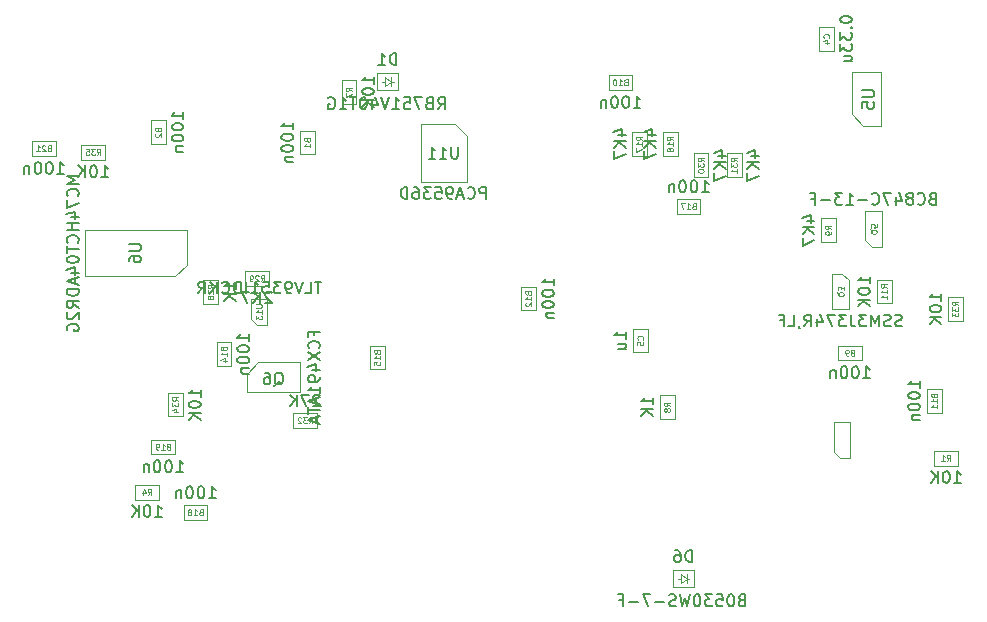
<source format=gbr>
%TF.GenerationSoftware,KiCad,Pcbnew,5.1.12-84ad8e8a86~92~ubuntu20.04.1*%
%TF.CreationDate,2022-05-15T08:31:46-04:00*%
%TF.ProjectId,HL2IOBoard,484c3249-4f42-46f6-9172-642e6b696361,D*%
%TF.SameCoordinates,Original*%
%TF.FileFunction,AssemblyDrawing,Bot*%
%FSLAX46Y46*%
G04 Gerber Fmt 4.6, Leading zero omitted, Abs format (unit mm)*
G04 Created by KiCad (PCBNEW 5.1.12-84ad8e8a86~92~ubuntu20.04.1) date 2022-05-15 08:31:46*
%MOMM*%
%LPD*%
G01*
G04 APERTURE LIST*
%ADD10C,0.100000*%
%ADD11C,0.150000*%
%ADD12C,0.080000*%
%ADD13C,0.075000*%
G04 APERTURE END LIST*
D10*
%TO.C,B2*%
X120665000Y-94207500D02*
X120665000Y-92207500D01*
X119415000Y-94207500D02*
X120665000Y-94207500D01*
X119415000Y-92207500D02*
X119415000Y-94207500D01*
X120665000Y-92207500D02*
X119415000Y-92207500D01*
%TO.C,R8*%
X162525000Y-117475000D02*
X163775000Y-117475000D01*
X163775000Y-117475000D02*
X163775000Y-115475000D01*
X163775000Y-115475000D02*
X162525000Y-115475000D01*
X162525000Y-115475000D02*
X162525000Y-117475000D01*
%TO.C,C5*%
X160250000Y-111850000D02*
X161500000Y-111850000D01*
X161500000Y-111850000D02*
X161500000Y-109850000D01*
X161500000Y-109850000D02*
X160250000Y-109850000D01*
X160250000Y-109850000D02*
X160250000Y-111850000D01*
%TO.C,C4*%
X177250000Y-86300000D02*
X177250000Y-84300000D01*
X176000000Y-86300000D02*
X177250000Y-86300000D01*
X176000000Y-84300000D02*
X176000000Y-86300000D01*
X177250000Y-84300000D02*
X176000000Y-84300000D01*
%TO.C,B9*%
X179600000Y-112525000D02*
X179600000Y-111275000D01*
X179600000Y-111275000D02*
X177600000Y-111275000D01*
X177600000Y-111275000D02*
X177600000Y-112525000D01*
X177600000Y-112525000D02*
X179600000Y-112525000D01*
%TO.C,U9*%
X177240000Y-120260000D02*
X177240000Y-117810000D01*
X177790000Y-120830000D02*
X178640000Y-120830000D01*
X177240000Y-120260000D02*
X177790000Y-120830000D01*
X178640000Y-120830000D02*
X178640000Y-117790000D01*
X177240000Y-117790000D02*
X178640000Y-117790000D01*
%TO.C,B1*%
X132065000Y-95090000D02*
X133315000Y-95090000D01*
X133315000Y-95090000D02*
X133315000Y-93090000D01*
X133315000Y-93090000D02*
X132065000Y-93090000D01*
X132065000Y-93090000D02*
X132065000Y-95090000D01*
%TO.C,B10*%
X158170000Y-89635000D02*
X160170000Y-89635000D01*
X158170000Y-88385000D02*
X158170000Y-89635000D01*
X160170000Y-88385000D02*
X158170000Y-88385000D01*
X160170000Y-89635000D02*
X160170000Y-88385000D01*
%TO.C,B15*%
X137975000Y-111300000D02*
X137975000Y-113300000D01*
X139225000Y-111300000D02*
X137975000Y-111300000D01*
X139225000Y-113300000D02*
X139225000Y-111300000D01*
X137975000Y-113300000D02*
X139225000Y-113300000D01*
%TO.C,R17*%
X160175000Y-93200000D02*
X160175000Y-95200000D01*
X161425000Y-93200000D02*
X160175000Y-93200000D01*
X161425000Y-95200000D02*
X161425000Y-93200000D01*
X160175000Y-95200000D02*
X161425000Y-95200000D01*
%TO.C,R18*%
X162775000Y-95200000D02*
X164025000Y-95200000D01*
X164025000Y-95200000D02*
X164025000Y-93200000D01*
X164025000Y-93200000D02*
X162775000Y-93200000D01*
X162775000Y-93200000D02*
X162775000Y-95200000D01*
%TO.C,U5*%
X179750000Y-92650000D02*
X181250000Y-92650000D01*
X178750000Y-88150000D02*
X178750000Y-91650000D01*
X181250000Y-88150000D02*
X178750000Y-88150000D01*
X181250000Y-92650000D02*
X181250000Y-88150000D01*
X178750000Y-91650000D02*
X179750000Y-92650000D01*
%TO.C,R7*%
X136825000Y-88800000D02*
X135575000Y-88800000D01*
X135575000Y-88800000D02*
X135575000Y-90800000D01*
X135575000Y-90800000D02*
X136825000Y-90800000D01*
X136825000Y-90800000D02*
X136825000Y-88800000D01*
%TO.C,Q3*%
X178500000Y-108220000D02*
X177100000Y-108220000D01*
X177100000Y-105180000D02*
X177100000Y-108220000D01*
X178500000Y-105750000D02*
X177950000Y-105180000D01*
X177950000Y-105180000D02*
X177100000Y-105180000D01*
X178500000Y-105750000D02*
X178500000Y-108200000D01*
%TO.C,Q5*%
X179900000Y-102350000D02*
X179900000Y-99900000D01*
X180450000Y-102920000D02*
X181300000Y-102920000D01*
X179900000Y-102350000D02*
X180450000Y-102920000D01*
X181300000Y-102920000D02*
X181300000Y-99880000D01*
X179900000Y-99880000D02*
X181300000Y-99880000D01*
%TO.C,R9*%
X176175000Y-102500000D02*
X177425000Y-102500000D01*
X177425000Y-102500000D02*
X177425000Y-100500000D01*
X177425000Y-100500000D02*
X176175000Y-100500000D01*
X176175000Y-100500000D02*
X176175000Y-102500000D01*
%TO.C,R11*%
X180875000Y-105700000D02*
X180875000Y-107700000D01*
X182125000Y-105700000D02*
X180875000Y-105700000D01*
X182125000Y-107700000D02*
X182125000Y-105700000D01*
X180875000Y-107700000D02*
X182125000Y-107700000D01*
%TO.C,D6*%
X164300000Y-131000000D02*
X164050000Y-131000000D01*
X164300000Y-131350000D02*
X164800000Y-131000000D01*
X164300000Y-130650000D02*
X164300000Y-131350000D01*
X164800000Y-131000000D02*
X164300000Y-130650000D01*
X164800000Y-131000000D02*
X165000000Y-131000000D01*
X164800000Y-130650000D02*
X164800000Y-131350000D01*
X165400000Y-131700000D02*
X165400000Y-130300000D01*
X163600000Y-131700000D02*
X165400000Y-131700000D01*
X163600000Y-130300000D02*
X163600000Y-131700000D01*
X165400000Y-130300000D02*
X163600000Y-130300000D01*
%TO.C,B12*%
X152025000Y-106300000D02*
X150775000Y-106300000D01*
X150775000Y-106300000D02*
X150775000Y-108300000D01*
X150775000Y-108300000D02*
X152025000Y-108300000D01*
X152025000Y-108300000D02*
X152025000Y-106300000D01*
%TO.C,R30*%
X166625000Y-97000000D02*
X166625000Y-95000000D01*
X165375000Y-97000000D02*
X166625000Y-97000000D01*
X165375000Y-95000000D02*
X165375000Y-97000000D01*
X166625000Y-95000000D02*
X165375000Y-95000000D01*
%TO.C,R31*%
X169425000Y-95000000D02*
X168175000Y-95000000D01*
X168175000Y-95000000D02*
X168175000Y-97000000D01*
X168175000Y-97000000D02*
X169425000Y-97000000D01*
X169425000Y-97000000D02*
X169425000Y-95000000D01*
%TO.C,U11*%
X146150000Y-93525000D02*
X145175000Y-92550000D01*
X146150000Y-97450000D02*
X146150000Y-93525000D01*
X142250000Y-97450000D02*
X146150000Y-97450000D01*
X142250000Y-92550000D02*
X142250000Y-97450000D01*
X145175000Y-92550000D02*
X142250000Y-92550000D01*
%TO.C,R32*%
X131470000Y-116995000D02*
X131470000Y-118245000D01*
X131470000Y-118245000D02*
X133470000Y-118245000D01*
X133470000Y-118245000D02*
X133470000Y-116995000D01*
X133470000Y-116995000D02*
X131470000Y-116995000D01*
%TO.C,R33*%
X186915000Y-107180000D02*
X186915000Y-109180000D01*
X188165000Y-107180000D02*
X186915000Y-107180000D01*
X188165000Y-109180000D02*
X188165000Y-107180000D01*
X186915000Y-109180000D02*
X188165000Y-109180000D01*
%TO.C,U13*%
X129275000Y-109500000D02*
X128425000Y-109500000D01*
X127925000Y-109000000D02*
X127925000Y-107300000D01*
X129275000Y-109500000D02*
X129275000Y-107300000D01*
X129275000Y-107300000D02*
X127925000Y-107300000D01*
X128425000Y-109500000D02*
X127925000Y-109000000D01*
%TO.C,Q6*%
X128520000Y-112670000D02*
X127520000Y-113670000D01*
X127520000Y-115170000D02*
X132020000Y-115170000D01*
X132020000Y-115170000D02*
X132020000Y-112670000D01*
X132020000Y-112670000D02*
X128520000Y-112670000D01*
X127520000Y-113670000D02*
X127520000Y-115170000D01*
%TO.C,B11*%
X185135000Y-114970000D02*
X185135000Y-116970000D01*
X186385000Y-114970000D02*
X185135000Y-114970000D01*
X186385000Y-116970000D02*
X186385000Y-114970000D01*
X185135000Y-116970000D02*
X186385000Y-116970000D01*
%TO.C,R1*%
X185730000Y-121435000D02*
X187730000Y-121435000D01*
X185730000Y-120185000D02*
X185730000Y-121435000D01*
X187730000Y-120185000D02*
X185730000Y-120185000D01*
X187730000Y-121435000D02*
X187730000Y-120185000D01*
%TO.C,R28*%
X125115000Y-107730000D02*
X125115000Y-105730000D01*
X123865000Y-107730000D02*
X125115000Y-107730000D01*
X123865000Y-105730000D02*
X123865000Y-107730000D01*
X125115000Y-105730000D02*
X123865000Y-105730000D01*
%TO.C,R29*%
X129400000Y-106225000D02*
X129400000Y-104975000D01*
X129400000Y-104975000D02*
X127400000Y-104975000D01*
X127400000Y-104975000D02*
X127400000Y-106225000D01*
X127400000Y-106225000D02*
X129400000Y-106225000D01*
%TO.C,B14*%
X126225000Y-113000000D02*
X126225000Y-111000000D01*
X124975000Y-113000000D02*
X126225000Y-113000000D01*
X124975000Y-111000000D02*
X124975000Y-113000000D01*
X126225000Y-111000000D02*
X124975000Y-111000000D01*
%TO.C,B18*%
X124200000Y-124795000D02*
X122200000Y-124795000D01*
X124200000Y-126045000D02*
X124200000Y-124795000D01*
X122200000Y-126045000D02*
X124200000Y-126045000D01*
X122200000Y-124795000D02*
X122200000Y-126045000D01*
%TO.C,B19*%
X121440000Y-120495000D02*
X121440000Y-119245000D01*
X121440000Y-119245000D02*
X119440000Y-119245000D01*
X119440000Y-119245000D02*
X119440000Y-120495000D01*
X119440000Y-120495000D02*
X121440000Y-120495000D01*
%TO.C,B21*%
X111350000Y-95225000D02*
X111350000Y-93975000D01*
X111350000Y-93975000D02*
X109350000Y-93975000D01*
X109350000Y-93975000D02*
X109350000Y-95225000D01*
X109350000Y-95225000D02*
X111350000Y-95225000D01*
%TO.C,D1*%
X139270000Y-88920000D02*
X139020000Y-88920000D01*
X139270000Y-89270000D02*
X139770000Y-88920000D01*
X139270000Y-88570000D02*
X139270000Y-89270000D01*
X139770000Y-88920000D02*
X139270000Y-88570000D01*
X139770000Y-88920000D02*
X139970000Y-88920000D01*
X139770000Y-88570000D02*
X139770000Y-89270000D01*
X140370000Y-89620000D02*
X140370000Y-88220000D01*
X138570000Y-89620000D02*
X140370000Y-89620000D01*
X138570000Y-88220000D02*
X138570000Y-89620000D01*
X140370000Y-88220000D02*
X138570000Y-88220000D01*
%TO.C,R4*%
X118070000Y-124315000D02*
X120070000Y-124315000D01*
X118070000Y-123065000D02*
X118070000Y-124315000D01*
X120070000Y-123065000D02*
X118070000Y-123065000D01*
X120070000Y-124315000D02*
X120070000Y-123065000D01*
%TO.C,R34*%
X122145000Y-115280000D02*
X120895000Y-115280000D01*
X120895000Y-115280000D02*
X120895000Y-117280000D01*
X120895000Y-117280000D02*
X122145000Y-117280000D01*
X122145000Y-117280000D02*
X122145000Y-115280000D01*
%TO.C,R35*%
X115520000Y-95545000D02*
X115520000Y-94295000D01*
X115520000Y-94295000D02*
X113520000Y-94295000D01*
X113520000Y-94295000D02*
X113520000Y-95545000D01*
X113520000Y-95545000D02*
X115520000Y-95545000D01*
%TO.C,U6*%
X122455000Y-104415000D02*
X122455000Y-101490000D01*
X122455000Y-101490000D02*
X113805000Y-101490000D01*
X113805000Y-101490000D02*
X113805000Y-105390000D01*
X113805000Y-105390000D02*
X121480000Y-105390000D01*
X121480000Y-105390000D02*
X122455000Y-104415000D01*
%TO.C,B17*%
X163940000Y-98885000D02*
X163940000Y-100135000D01*
X163940000Y-100135000D02*
X165940000Y-100135000D01*
X165940000Y-100135000D02*
X165940000Y-98885000D01*
X165940000Y-98885000D02*
X163940000Y-98885000D01*
%TD*%
%TO.C,B2*%
D11*
X122172380Y-92088452D02*
X122172380Y-91517023D01*
X122172380Y-91802738D02*
X121172380Y-91802738D01*
X121315238Y-91707500D01*
X121410476Y-91612261D01*
X121458095Y-91517023D01*
X121172380Y-92707500D02*
X121172380Y-92802738D01*
X121220000Y-92897976D01*
X121267619Y-92945595D01*
X121362857Y-92993214D01*
X121553333Y-93040833D01*
X121791428Y-93040833D01*
X121981904Y-92993214D01*
X122077142Y-92945595D01*
X122124761Y-92897976D01*
X122172380Y-92802738D01*
X122172380Y-92707500D01*
X122124761Y-92612261D01*
X122077142Y-92564642D01*
X121981904Y-92517023D01*
X121791428Y-92469404D01*
X121553333Y-92469404D01*
X121362857Y-92517023D01*
X121267619Y-92564642D01*
X121220000Y-92612261D01*
X121172380Y-92707500D01*
X121172380Y-93659880D02*
X121172380Y-93755119D01*
X121220000Y-93850357D01*
X121267619Y-93897976D01*
X121362857Y-93945595D01*
X121553333Y-93993214D01*
X121791428Y-93993214D01*
X121981904Y-93945595D01*
X122077142Y-93897976D01*
X122124761Y-93850357D01*
X122172380Y-93755119D01*
X122172380Y-93659880D01*
X122124761Y-93564642D01*
X122077142Y-93517023D01*
X121981904Y-93469404D01*
X121791428Y-93421785D01*
X121553333Y-93421785D01*
X121362857Y-93469404D01*
X121267619Y-93517023D01*
X121220000Y-93564642D01*
X121172380Y-93659880D01*
X121505714Y-94421785D02*
X122172380Y-94421785D01*
X121600952Y-94421785D02*
X121553333Y-94469404D01*
X121505714Y-94564642D01*
X121505714Y-94707500D01*
X121553333Y-94802738D01*
X121648571Y-94850357D01*
X122172380Y-94850357D01*
D12*
X120004285Y-93005119D02*
X120028095Y-93076547D01*
X120051904Y-93100357D01*
X120099523Y-93124166D01*
X120170952Y-93124166D01*
X120218571Y-93100357D01*
X120242380Y-93076547D01*
X120266190Y-93028928D01*
X120266190Y-92838452D01*
X119766190Y-92838452D01*
X119766190Y-93005119D01*
X119790000Y-93052738D01*
X119813809Y-93076547D01*
X119861428Y-93100357D01*
X119909047Y-93100357D01*
X119956666Y-93076547D01*
X119980476Y-93052738D01*
X120004285Y-93005119D01*
X120004285Y-92838452D01*
X119813809Y-93314642D02*
X119790000Y-93338452D01*
X119766190Y-93386071D01*
X119766190Y-93505119D01*
X119790000Y-93552738D01*
X119813809Y-93576547D01*
X119861428Y-93600357D01*
X119909047Y-93600357D01*
X119980476Y-93576547D01*
X120266190Y-93290833D01*
X120266190Y-93600357D01*
%TO.C,R8*%
D11*
X161952380Y-116260714D02*
X161952380Y-115689285D01*
X161952380Y-115975000D02*
X160952380Y-115975000D01*
X161095238Y-115879761D01*
X161190476Y-115784523D01*
X161238095Y-115689285D01*
X161952380Y-116689285D02*
X160952380Y-116689285D01*
X161952380Y-117260714D02*
X161380952Y-116832142D01*
X160952380Y-117260714D02*
X161523809Y-116689285D01*
D12*
X163376190Y-116391666D02*
X163138095Y-116225000D01*
X163376190Y-116105952D02*
X162876190Y-116105952D01*
X162876190Y-116296428D01*
X162900000Y-116344047D01*
X162923809Y-116367857D01*
X162971428Y-116391666D01*
X163042857Y-116391666D01*
X163090476Y-116367857D01*
X163114285Y-116344047D01*
X163138095Y-116296428D01*
X163138095Y-116105952D01*
X163090476Y-116677380D02*
X163066666Y-116629761D01*
X163042857Y-116605952D01*
X162995238Y-116582142D01*
X162971428Y-116582142D01*
X162923809Y-116605952D01*
X162900000Y-116629761D01*
X162876190Y-116677380D01*
X162876190Y-116772619D01*
X162900000Y-116820238D01*
X162923809Y-116844047D01*
X162971428Y-116867857D01*
X162995238Y-116867857D01*
X163042857Y-116844047D01*
X163066666Y-116820238D01*
X163090476Y-116772619D01*
X163090476Y-116677380D01*
X163114285Y-116629761D01*
X163138095Y-116605952D01*
X163185714Y-116582142D01*
X163280952Y-116582142D01*
X163328571Y-116605952D01*
X163352380Y-116629761D01*
X163376190Y-116677380D01*
X163376190Y-116772619D01*
X163352380Y-116820238D01*
X163328571Y-116844047D01*
X163280952Y-116867857D01*
X163185714Y-116867857D01*
X163138095Y-116844047D01*
X163114285Y-116820238D01*
X163090476Y-116772619D01*
%TO.C,C5*%
D11*
X159647380Y-110683333D02*
X159647380Y-110111904D01*
X159647380Y-110397619D02*
X158647380Y-110397619D01*
X158790238Y-110302380D01*
X158885476Y-110207142D01*
X158933095Y-110111904D01*
X158980714Y-111540476D02*
X159647380Y-111540476D01*
X158980714Y-111111904D02*
X159504523Y-111111904D01*
X159599761Y-111159523D01*
X159647380Y-111254761D01*
X159647380Y-111397619D01*
X159599761Y-111492857D01*
X159552142Y-111540476D01*
D12*
X161053571Y-110766666D02*
X161077380Y-110742857D01*
X161101190Y-110671428D01*
X161101190Y-110623809D01*
X161077380Y-110552380D01*
X161029761Y-110504761D01*
X160982142Y-110480952D01*
X160886904Y-110457142D01*
X160815476Y-110457142D01*
X160720238Y-110480952D01*
X160672619Y-110504761D01*
X160625000Y-110552380D01*
X160601190Y-110623809D01*
X160601190Y-110671428D01*
X160625000Y-110742857D01*
X160648809Y-110766666D01*
X160601190Y-111219047D02*
X160601190Y-110980952D01*
X160839285Y-110957142D01*
X160815476Y-110980952D01*
X160791666Y-111028571D01*
X160791666Y-111147619D01*
X160815476Y-111195238D01*
X160839285Y-111219047D01*
X160886904Y-111242857D01*
X161005952Y-111242857D01*
X161053571Y-111219047D01*
X161077380Y-111195238D01*
X161101190Y-111147619D01*
X161101190Y-111028571D01*
X161077380Y-110980952D01*
X161053571Y-110957142D01*
%TO.C,C4*%
D11*
X177757380Y-83609523D02*
X177757380Y-83704761D01*
X177805000Y-83800000D01*
X177852619Y-83847619D01*
X177947857Y-83895238D01*
X178138333Y-83942857D01*
X178376428Y-83942857D01*
X178566904Y-83895238D01*
X178662142Y-83847619D01*
X178709761Y-83800000D01*
X178757380Y-83704761D01*
X178757380Y-83609523D01*
X178709761Y-83514285D01*
X178662142Y-83466666D01*
X178566904Y-83419047D01*
X178376428Y-83371428D01*
X178138333Y-83371428D01*
X177947857Y-83419047D01*
X177852619Y-83466666D01*
X177805000Y-83514285D01*
X177757380Y-83609523D01*
X178662142Y-84371428D02*
X178709761Y-84419047D01*
X178757380Y-84371428D01*
X178709761Y-84323809D01*
X178662142Y-84371428D01*
X178757380Y-84371428D01*
X177757380Y-84752380D02*
X177757380Y-85371428D01*
X178138333Y-85038095D01*
X178138333Y-85180952D01*
X178185952Y-85276190D01*
X178233571Y-85323809D01*
X178328809Y-85371428D01*
X178566904Y-85371428D01*
X178662142Y-85323809D01*
X178709761Y-85276190D01*
X178757380Y-85180952D01*
X178757380Y-84895238D01*
X178709761Y-84800000D01*
X178662142Y-84752380D01*
X177757380Y-85704761D02*
X177757380Y-86323809D01*
X178138333Y-85990476D01*
X178138333Y-86133333D01*
X178185952Y-86228571D01*
X178233571Y-86276190D01*
X178328809Y-86323809D01*
X178566904Y-86323809D01*
X178662142Y-86276190D01*
X178709761Y-86228571D01*
X178757380Y-86133333D01*
X178757380Y-85847619D01*
X178709761Y-85752380D01*
X178662142Y-85704761D01*
X178090714Y-87180952D02*
X178757380Y-87180952D01*
X178090714Y-86752380D02*
X178614523Y-86752380D01*
X178709761Y-86800000D01*
X178757380Y-86895238D01*
X178757380Y-87038095D01*
X178709761Y-87133333D01*
X178662142Y-87180952D01*
D12*
X176803571Y-85216666D02*
X176827380Y-85192857D01*
X176851190Y-85121428D01*
X176851190Y-85073809D01*
X176827380Y-85002380D01*
X176779761Y-84954761D01*
X176732142Y-84930952D01*
X176636904Y-84907142D01*
X176565476Y-84907142D01*
X176470238Y-84930952D01*
X176422619Y-84954761D01*
X176375000Y-85002380D01*
X176351190Y-85073809D01*
X176351190Y-85121428D01*
X176375000Y-85192857D01*
X176398809Y-85216666D01*
X176517857Y-85645238D02*
X176851190Y-85645238D01*
X176327380Y-85526190D02*
X176684523Y-85407142D01*
X176684523Y-85716666D01*
%TO.C,B9*%
D11*
X179719047Y-114032380D02*
X180290476Y-114032380D01*
X180004761Y-114032380D02*
X180004761Y-113032380D01*
X180100000Y-113175238D01*
X180195238Y-113270476D01*
X180290476Y-113318095D01*
X179100000Y-113032380D02*
X179004761Y-113032380D01*
X178909523Y-113080000D01*
X178861904Y-113127619D01*
X178814285Y-113222857D01*
X178766666Y-113413333D01*
X178766666Y-113651428D01*
X178814285Y-113841904D01*
X178861904Y-113937142D01*
X178909523Y-113984761D01*
X179004761Y-114032380D01*
X179100000Y-114032380D01*
X179195238Y-113984761D01*
X179242857Y-113937142D01*
X179290476Y-113841904D01*
X179338095Y-113651428D01*
X179338095Y-113413333D01*
X179290476Y-113222857D01*
X179242857Y-113127619D01*
X179195238Y-113080000D01*
X179100000Y-113032380D01*
X178147619Y-113032380D02*
X178052380Y-113032380D01*
X177957142Y-113080000D01*
X177909523Y-113127619D01*
X177861904Y-113222857D01*
X177814285Y-113413333D01*
X177814285Y-113651428D01*
X177861904Y-113841904D01*
X177909523Y-113937142D01*
X177957142Y-113984761D01*
X178052380Y-114032380D01*
X178147619Y-114032380D01*
X178242857Y-113984761D01*
X178290476Y-113937142D01*
X178338095Y-113841904D01*
X178385714Y-113651428D01*
X178385714Y-113413333D01*
X178338095Y-113222857D01*
X178290476Y-113127619D01*
X178242857Y-113080000D01*
X178147619Y-113032380D01*
X177385714Y-113365714D02*
X177385714Y-114032380D01*
X177385714Y-113460952D02*
X177338095Y-113413333D01*
X177242857Y-113365714D01*
X177100000Y-113365714D01*
X177004761Y-113413333D01*
X176957142Y-113508571D01*
X176957142Y-114032380D01*
D12*
X178802380Y-111864285D02*
X178730952Y-111888095D01*
X178707142Y-111911904D01*
X178683333Y-111959523D01*
X178683333Y-112030952D01*
X178707142Y-112078571D01*
X178730952Y-112102380D01*
X178778571Y-112126190D01*
X178969047Y-112126190D01*
X178969047Y-111626190D01*
X178802380Y-111626190D01*
X178754761Y-111650000D01*
X178730952Y-111673809D01*
X178707142Y-111721428D01*
X178707142Y-111769047D01*
X178730952Y-111816666D01*
X178754761Y-111840476D01*
X178802380Y-111864285D01*
X178969047Y-111864285D01*
X178445238Y-112126190D02*
X178350000Y-112126190D01*
X178302380Y-112102380D01*
X178278571Y-112078571D01*
X178230952Y-112007142D01*
X178207142Y-111911904D01*
X178207142Y-111721428D01*
X178230952Y-111673809D01*
X178254761Y-111650000D01*
X178302380Y-111626190D01*
X178397619Y-111626190D01*
X178445238Y-111650000D01*
X178469047Y-111673809D01*
X178492857Y-111721428D01*
X178492857Y-111840476D01*
X178469047Y-111888095D01*
X178445238Y-111911904D01*
X178397619Y-111935714D01*
X178302380Y-111935714D01*
X178254761Y-111911904D01*
X178230952Y-111888095D01*
X178207142Y-111840476D01*
%TO.C,B1*%
D11*
X131462380Y-92970952D02*
X131462380Y-92399523D01*
X131462380Y-92685238D02*
X130462380Y-92685238D01*
X130605238Y-92590000D01*
X130700476Y-92494761D01*
X130748095Y-92399523D01*
X130462380Y-93590000D02*
X130462380Y-93685238D01*
X130510000Y-93780476D01*
X130557619Y-93828095D01*
X130652857Y-93875714D01*
X130843333Y-93923333D01*
X131081428Y-93923333D01*
X131271904Y-93875714D01*
X131367142Y-93828095D01*
X131414761Y-93780476D01*
X131462380Y-93685238D01*
X131462380Y-93590000D01*
X131414761Y-93494761D01*
X131367142Y-93447142D01*
X131271904Y-93399523D01*
X131081428Y-93351904D01*
X130843333Y-93351904D01*
X130652857Y-93399523D01*
X130557619Y-93447142D01*
X130510000Y-93494761D01*
X130462380Y-93590000D01*
X130462380Y-94542380D02*
X130462380Y-94637619D01*
X130510000Y-94732857D01*
X130557619Y-94780476D01*
X130652857Y-94828095D01*
X130843333Y-94875714D01*
X131081428Y-94875714D01*
X131271904Y-94828095D01*
X131367142Y-94780476D01*
X131414761Y-94732857D01*
X131462380Y-94637619D01*
X131462380Y-94542380D01*
X131414761Y-94447142D01*
X131367142Y-94399523D01*
X131271904Y-94351904D01*
X131081428Y-94304285D01*
X130843333Y-94304285D01*
X130652857Y-94351904D01*
X130557619Y-94399523D01*
X130510000Y-94447142D01*
X130462380Y-94542380D01*
X130795714Y-95304285D02*
X131462380Y-95304285D01*
X130890952Y-95304285D02*
X130843333Y-95351904D01*
X130795714Y-95447142D01*
X130795714Y-95590000D01*
X130843333Y-95685238D01*
X130938571Y-95732857D01*
X131462380Y-95732857D01*
D12*
X132654285Y-93887619D02*
X132678095Y-93959047D01*
X132701904Y-93982857D01*
X132749523Y-94006666D01*
X132820952Y-94006666D01*
X132868571Y-93982857D01*
X132892380Y-93959047D01*
X132916190Y-93911428D01*
X132916190Y-93720952D01*
X132416190Y-93720952D01*
X132416190Y-93887619D01*
X132440000Y-93935238D01*
X132463809Y-93959047D01*
X132511428Y-93982857D01*
X132559047Y-93982857D01*
X132606666Y-93959047D01*
X132630476Y-93935238D01*
X132654285Y-93887619D01*
X132654285Y-93720952D01*
X132916190Y-94482857D02*
X132916190Y-94197142D01*
X132916190Y-94340000D02*
X132416190Y-94340000D01*
X132487619Y-94292380D01*
X132535238Y-94244761D01*
X132559047Y-94197142D01*
%TO.C,B10*%
D11*
X160289047Y-91142380D02*
X160860476Y-91142380D01*
X160574761Y-91142380D02*
X160574761Y-90142380D01*
X160670000Y-90285238D01*
X160765238Y-90380476D01*
X160860476Y-90428095D01*
X159670000Y-90142380D02*
X159574761Y-90142380D01*
X159479523Y-90190000D01*
X159431904Y-90237619D01*
X159384285Y-90332857D01*
X159336666Y-90523333D01*
X159336666Y-90761428D01*
X159384285Y-90951904D01*
X159431904Y-91047142D01*
X159479523Y-91094761D01*
X159574761Y-91142380D01*
X159670000Y-91142380D01*
X159765238Y-91094761D01*
X159812857Y-91047142D01*
X159860476Y-90951904D01*
X159908095Y-90761428D01*
X159908095Y-90523333D01*
X159860476Y-90332857D01*
X159812857Y-90237619D01*
X159765238Y-90190000D01*
X159670000Y-90142380D01*
X158717619Y-90142380D02*
X158622380Y-90142380D01*
X158527142Y-90190000D01*
X158479523Y-90237619D01*
X158431904Y-90332857D01*
X158384285Y-90523333D01*
X158384285Y-90761428D01*
X158431904Y-90951904D01*
X158479523Y-91047142D01*
X158527142Y-91094761D01*
X158622380Y-91142380D01*
X158717619Y-91142380D01*
X158812857Y-91094761D01*
X158860476Y-91047142D01*
X158908095Y-90951904D01*
X158955714Y-90761428D01*
X158955714Y-90523333D01*
X158908095Y-90332857D01*
X158860476Y-90237619D01*
X158812857Y-90190000D01*
X158717619Y-90142380D01*
X157955714Y-90475714D02*
X157955714Y-91142380D01*
X157955714Y-90570952D02*
X157908095Y-90523333D01*
X157812857Y-90475714D01*
X157670000Y-90475714D01*
X157574761Y-90523333D01*
X157527142Y-90618571D01*
X157527142Y-91142380D01*
D12*
X159610476Y-88974285D02*
X159539047Y-88998095D01*
X159515238Y-89021904D01*
X159491428Y-89069523D01*
X159491428Y-89140952D01*
X159515238Y-89188571D01*
X159539047Y-89212380D01*
X159586666Y-89236190D01*
X159777142Y-89236190D01*
X159777142Y-88736190D01*
X159610476Y-88736190D01*
X159562857Y-88760000D01*
X159539047Y-88783809D01*
X159515238Y-88831428D01*
X159515238Y-88879047D01*
X159539047Y-88926666D01*
X159562857Y-88950476D01*
X159610476Y-88974285D01*
X159777142Y-88974285D01*
X159015238Y-89236190D02*
X159300952Y-89236190D01*
X159158095Y-89236190D02*
X159158095Y-88736190D01*
X159205714Y-88807619D01*
X159253333Y-88855238D01*
X159300952Y-88879047D01*
X158705714Y-88736190D02*
X158658095Y-88736190D01*
X158610476Y-88760000D01*
X158586666Y-88783809D01*
X158562857Y-88831428D01*
X158539047Y-88926666D01*
X158539047Y-89045714D01*
X158562857Y-89140952D01*
X158586666Y-89188571D01*
X158610476Y-89212380D01*
X158658095Y-89236190D01*
X158705714Y-89236190D01*
X158753333Y-89212380D01*
X158777142Y-89188571D01*
X158800952Y-89140952D01*
X158824761Y-89045714D01*
X158824761Y-88926666D01*
X158800952Y-88831428D01*
X158777142Y-88783809D01*
X158753333Y-88760000D01*
X158705714Y-88736190D01*
%TO.C,B15*%
X138564285Y-111859523D02*
X138588095Y-111930952D01*
X138611904Y-111954761D01*
X138659523Y-111978571D01*
X138730952Y-111978571D01*
X138778571Y-111954761D01*
X138802380Y-111930952D01*
X138826190Y-111883333D01*
X138826190Y-111692857D01*
X138326190Y-111692857D01*
X138326190Y-111859523D01*
X138350000Y-111907142D01*
X138373809Y-111930952D01*
X138421428Y-111954761D01*
X138469047Y-111954761D01*
X138516666Y-111930952D01*
X138540476Y-111907142D01*
X138564285Y-111859523D01*
X138564285Y-111692857D01*
X138826190Y-112454761D02*
X138826190Y-112169047D01*
X138826190Y-112311904D02*
X138326190Y-112311904D01*
X138397619Y-112264285D01*
X138445238Y-112216666D01*
X138469047Y-112169047D01*
X138326190Y-112907142D02*
X138326190Y-112669047D01*
X138564285Y-112645238D01*
X138540476Y-112669047D01*
X138516666Y-112716666D01*
X138516666Y-112835714D01*
X138540476Y-112883333D01*
X138564285Y-112907142D01*
X138611904Y-112930952D01*
X138730952Y-112930952D01*
X138778571Y-112907142D01*
X138802380Y-112883333D01*
X138826190Y-112835714D01*
X138826190Y-112716666D01*
X138802380Y-112669047D01*
X138778571Y-112645238D01*
%TO.C,R17*%
D11*
X158935714Y-93414285D02*
X159602380Y-93414285D01*
X158554761Y-93176190D02*
X159269047Y-92938095D01*
X159269047Y-93557142D01*
X159602380Y-93938095D02*
X158602380Y-93938095D01*
X159602380Y-94509523D02*
X159030952Y-94080952D01*
X158602380Y-94509523D02*
X159173809Y-93938095D01*
X158602380Y-94842857D02*
X158602380Y-95509523D01*
X159602380Y-95080952D01*
D12*
X161026190Y-93878571D02*
X160788095Y-93711904D01*
X161026190Y-93592857D02*
X160526190Y-93592857D01*
X160526190Y-93783333D01*
X160550000Y-93830952D01*
X160573809Y-93854761D01*
X160621428Y-93878571D01*
X160692857Y-93878571D01*
X160740476Y-93854761D01*
X160764285Y-93830952D01*
X160788095Y-93783333D01*
X160788095Y-93592857D01*
X161026190Y-94354761D02*
X161026190Y-94069047D01*
X161026190Y-94211904D02*
X160526190Y-94211904D01*
X160597619Y-94164285D01*
X160645238Y-94116666D01*
X160669047Y-94069047D01*
X160526190Y-94521428D02*
X160526190Y-94854761D01*
X161026190Y-94640476D01*
%TO.C,R18*%
D11*
X161535714Y-93414285D02*
X162202380Y-93414285D01*
X161154761Y-93176190D02*
X161869047Y-92938095D01*
X161869047Y-93557142D01*
X162202380Y-93938095D02*
X161202380Y-93938095D01*
X162202380Y-94509523D02*
X161630952Y-94080952D01*
X161202380Y-94509523D02*
X161773809Y-93938095D01*
X161202380Y-94842857D02*
X161202380Y-95509523D01*
X162202380Y-95080952D01*
D12*
X163626190Y-93878571D02*
X163388095Y-93711904D01*
X163626190Y-93592857D02*
X163126190Y-93592857D01*
X163126190Y-93783333D01*
X163150000Y-93830952D01*
X163173809Y-93854761D01*
X163221428Y-93878571D01*
X163292857Y-93878571D01*
X163340476Y-93854761D01*
X163364285Y-93830952D01*
X163388095Y-93783333D01*
X163388095Y-93592857D01*
X163626190Y-94354761D02*
X163626190Y-94069047D01*
X163626190Y-94211904D02*
X163126190Y-94211904D01*
X163197619Y-94164285D01*
X163245238Y-94116666D01*
X163269047Y-94069047D01*
X163340476Y-94640476D02*
X163316666Y-94592857D01*
X163292857Y-94569047D01*
X163245238Y-94545238D01*
X163221428Y-94545238D01*
X163173809Y-94569047D01*
X163150000Y-94592857D01*
X163126190Y-94640476D01*
X163126190Y-94735714D01*
X163150000Y-94783333D01*
X163173809Y-94807142D01*
X163221428Y-94830952D01*
X163245238Y-94830952D01*
X163292857Y-94807142D01*
X163316666Y-94783333D01*
X163340476Y-94735714D01*
X163340476Y-94640476D01*
X163364285Y-94592857D01*
X163388095Y-94569047D01*
X163435714Y-94545238D01*
X163530952Y-94545238D01*
X163578571Y-94569047D01*
X163602380Y-94592857D01*
X163626190Y-94640476D01*
X163626190Y-94735714D01*
X163602380Y-94783333D01*
X163578571Y-94807142D01*
X163530952Y-94830952D01*
X163435714Y-94830952D01*
X163388095Y-94807142D01*
X163364285Y-94783333D01*
X163340476Y-94735714D01*
%TO.C,U5*%
D11*
X179652380Y-89638095D02*
X180461904Y-89638095D01*
X180557142Y-89685714D01*
X180604761Y-89733333D01*
X180652380Y-89828571D01*
X180652380Y-90019047D01*
X180604761Y-90114285D01*
X180557142Y-90161904D01*
X180461904Y-90209523D01*
X179652380Y-90209523D01*
X179652380Y-91161904D02*
X179652380Y-90685714D01*
X180128571Y-90638095D01*
X180080952Y-90685714D01*
X180033333Y-90780952D01*
X180033333Y-91019047D01*
X180080952Y-91114285D01*
X180128571Y-91161904D01*
X180223809Y-91209523D01*
X180461904Y-91209523D01*
X180557142Y-91161904D01*
X180604761Y-91114285D01*
X180652380Y-91019047D01*
X180652380Y-90780952D01*
X180604761Y-90685714D01*
X180557142Y-90638095D01*
%TO.C,R7*%
X138302380Y-89109523D02*
X138302380Y-88538095D01*
X138302380Y-88823809D02*
X137302380Y-88823809D01*
X137445238Y-88728571D01*
X137540476Y-88633333D01*
X137588095Y-88538095D01*
X137302380Y-89728571D02*
X137302380Y-89823809D01*
X137350000Y-89919047D01*
X137397619Y-89966666D01*
X137492857Y-90014285D01*
X137683333Y-90061904D01*
X137921428Y-90061904D01*
X138111904Y-90014285D01*
X138207142Y-89966666D01*
X138254761Y-89919047D01*
X138302380Y-89823809D01*
X138302380Y-89728571D01*
X138254761Y-89633333D01*
X138207142Y-89585714D01*
X138111904Y-89538095D01*
X137921428Y-89490476D01*
X137683333Y-89490476D01*
X137492857Y-89538095D01*
X137397619Y-89585714D01*
X137350000Y-89633333D01*
X137302380Y-89728571D01*
X138302380Y-90490476D02*
X137302380Y-90490476D01*
X138302380Y-91061904D02*
X137730952Y-90633333D01*
X137302380Y-91061904D02*
X137873809Y-90490476D01*
D12*
X136426190Y-89716666D02*
X136188095Y-89550000D01*
X136426190Y-89430952D02*
X135926190Y-89430952D01*
X135926190Y-89621428D01*
X135950000Y-89669047D01*
X135973809Y-89692857D01*
X136021428Y-89716666D01*
X136092857Y-89716666D01*
X136140476Y-89692857D01*
X136164285Y-89669047D01*
X136188095Y-89621428D01*
X136188095Y-89430952D01*
X135926190Y-89883333D02*
X135926190Y-90216666D01*
X136426190Y-90002380D01*
%TO.C,Q3*%
D11*
X182990476Y-109604761D02*
X182847619Y-109652380D01*
X182609523Y-109652380D01*
X182514285Y-109604761D01*
X182466666Y-109557142D01*
X182419047Y-109461904D01*
X182419047Y-109366666D01*
X182466666Y-109271428D01*
X182514285Y-109223809D01*
X182609523Y-109176190D01*
X182800000Y-109128571D01*
X182895238Y-109080952D01*
X182942857Y-109033333D01*
X182990476Y-108938095D01*
X182990476Y-108842857D01*
X182942857Y-108747619D01*
X182895238Y-108700000D01*
X182800000Y-108652380D01*
X182561904Y-108652380D01*
X182419047Y-108700000D01*
X182038095Y-109604761D02*
X181895238Y-109652380D01*
X181657142Y-109652380D01*
X181561904Y-109604761D01*
X181514285Y-109557142D01*
X181466666Y-109461904D01*
X181466666Y-109366666D01*
X181514285Y-109271428D01*
X181561904Y-109223809D01*
X181657142Y-109176190D01*
X181847619Y-109128571D01*
X181942857Y-109080952D01*
X181990476Y-109033333D01*
X182038095Y-108938095D01*
X182038095Y-108842857D01*
X181990476Y-108747619D01*
X181942857Y-108700000D01*
X181847619Y-108652380D01*
X181609523Y-108652380D01*
X181466666Y-108700000D01*
X181038095Y-109652380D02*
X181038095Y-108652380D01*
X180704761Y-109366666D01*
X180371428Y-108652380D01*
X180371428Y-109652380D01*
X179990476Y-108652380D02*
X179371428Y-108652380D01*
X179704761Y-109033333D01*
X179561904Y-109033333D01*
X179466666Y-109080952D01*
X179419047Y-109128571D01*
X179371428Y-109223809D01*
X179371428Y-109461904D01*
X179419047Y-109557142D01*
X179466666Y-109604761D01*
X179561904Y-109652380D01*
X179847619Y-109652380D01*
X179942857Y-109604761D01*
X179990476Y-109557142D01*
X178657142Y-108652380D02*
X178657142Y-109366666D01*
X178704761Y-109509523D01*
X178800000Y-109604761D01*
X178942857Y-109652380D01*
X179038095Y-109652380D01*
X178276190Y-108652380D02*
X177657142Y-108652380D01*
X177990476Y-109033333D01*
X177847619Y-109033333D01*
X177752380Y-109080952D01*
X177704761Y-109128571D01*
X177657142Y-109223809D01*
X177657142Y-109461904D01*
X177704761Y-109557142D01*
X177752380Y-109604761D01*
X177847619Y-109652380D01*
X178133333Y-109652380D01*
X178228571Y-109604761D01*
X178276190Y-109557142D01*
X177323809Y-108652380D02*
X176657142Y-108652380D01*
X177085714Y-109652380D01*
X175847619Y-108985714D02*
X175847619Y-109652380D01*
X176085714Y-108604761D02*
X176323809Y-109319047D01*
X175704761Y-109319047D01*
X174752380Y-109652380D02*
X175085714Y-109176190D01*
X175323809Y-109652380D02*
X175323809Y-108652380D01*
X174942857Y-108652380D01*
X174847619Y-108700000D01*
X174800000Y-108747619D01*
X174752380Y-108842857D01*
X174752380Y-108985714D01*
X174800000Y-109080952D01*
X174847619Y-109128571D01*
X174942857Y-109176190D01*
X175323809Y-109176190D01*
X174276190Y-109604761D02*
X174276190Y-109652380D01*
X174323809Y-109747619D01*
X174371428Y-109795238D01*
X173371428Y-109652380D02*
X173847619Y-109652380D01*
X173847619Y-108652380D01*
X172704761Y-109128571D02*
X173038095Y-109128571D01*
X173038095Y-109652380D02*
X173038095Y-108652380D01*
X172561904Y-108652380D01*
D13*
X177526190Y-106747619D02*
X177550000Y-106795238D01*
X177597619Y-106842857D01*
X177669047Y-106914285D01*
X177692857Y-106961904D01*
X177692857Y-107009523D01*
X177573809Y-106985714D02*
X177597619Y-107033333D01*
X177645238Y-107080952D01*
X177740476Y-107104761D01*
X177907142Y-107104761D01*
X178002380Y-107080952D01*
X178050000Y-107033333D01*
X178073809Y-106985714D01*
X178073809Y-106890476D01*
X178050000Y-106842857D01*
X178002380Y-106795238D01*
X177907142Y-106771428D01*
X177740476Y-106771428D01*
X177645238Y-106795238D01*
X177597619Y-106842857D01*
X177573809Y-106890476D01*
X177573809Y-106985714D01*
X178073809Y-106604761D02*
X178073809Y-106295238D01*
X177883333Y-106461904D01*
X177883333Y-106390476D01*
X177859523Y-106342857D01*
X177835714Y-106319047D01*
X177788095Y-106295238D01*
X177669047Y-106295238D01*
X177621428Y-106319047D01*
X177597619Y-106342857D01*
X177573809Y-106390476D01*
X177573809Y-106533333D01*
X177597619Y-106580952D01*
X177621428Y-106604761D01*
%TO.C,Q5*%
D11*
X185576190Y-98828571D02*
X185433333Y-98876190D01*
X185385714Y-98923809D01*
X185338095Y-99019047D01*
X185338095Y-99161904D01*
X185385714Y-99257142D01*
X185433333Y-99304761D01*
X185528571Y-99352380D01*
X185909523Y-99352380D01*
X185909523Y-98352380D01*
X185576190Y-98352380D01*
X185480952Y-98400000D01*
X185433333Y-98447619D01*
X185385714Y-98542857D01*
X185385714Y-98638095D01*
X185433333Y-98733333D01*
X185480952Y-98780952D01*
X185576190Y-98828571D01*
X185909523Y-98828571D01*
X184338095Y-99257142D02*
X184385714Y-99304761D01*
X184528571Y-99352380D01*
X184623809Y-99352380D01*
X184766666Y-99304761D01*
X184861904Y-99209523D01*
X184909523Y-99114285D01*
X184957142Y-98923809D01*
X184957142Y-98780952D01*
X184909523Y-98590476D01*
X184861904Y-98495238D01*
X184766666Y-98400000D01*
X184623809Y-98352380D01*
X184528571Y-98352380D01*
X184385714Y-98400000D01*
X184338095Y-98447619D01*
X183766666Y-98780952D02*
X183861904Y-98733333D01*
X183909523Y-98685714D01*
X183957142Y-98590476D01*
X183957142Y-98542857D01*
X183909523Y-98447619D01*
X183861904Y-98400000D01*
X183766666Y-98352380D01*
X183576190Y-98352380D01*
X183480952Y-98400000D01*
X183433333Y-98447619D01*
X183385714Y-98542857D01*
X183385714Y-98590476D01*
X183433333Y-98685714D01*
X183480952Y-98733333D01*
X183576190Y-98780952D01*
X183766666Y-98780952D01*
X183861904Y-98828571D01*
X183909523Y-98876190D01*
X183957142Y-98971428D01*
X183957142Y-99161904D01*
X183909523Y-99257142D01*
X183861904Y-99304761D01*
X183766666Y-99352380D01*
X183576190Y-99352380D01*
X183480952Y-99304761D01*
X183433333Y-99257142D01*
X183385714Y-99161904D01*
X183385714Y-98971428D01*
X183433333Y-98876190D01*
X183480952Y-98828571D01*
X183576190Y-98780952D01*
X182528571Y-98685714D02*
X182528571Y-99352380D01*
X182766666Y-98304761D02*
X183004761Y-99019047D01*
X182385714Y-99019047D01*
X182100000Y-98352380D02*
X181433333Y-98352380D01*
X181861904Y-99352380D01*
X180480952Y-99257142D02*
X180528571Y-99304761D01*
X180671428Y-99352380D01*
X180766666Y-99352380D01*
X180909523Y-99304761D01*
X181004761Y-99209523D01*
X181052380Y-99114285D01*
X181100000Y-98923809D01*
X181100000Y-98780952D01*
X181052380Y-98590476D01*
X181004761Y-98495238D01*
X180909523Y-98400000D01*
X180766666Y-98352380D01*
X180671428Y-98352380D01*
X180528571Y-98400000D01*
X180480952Y-98447619D01*
X180052380Y-98971428D02*
X179290476Y-98971428D01*
X178290476Y-99352380D02*
X178861904Y-99352380D01*
X178576190Y-99352380D02*
X178576190Y-98352380D01*
X178671428Y-98495238D01*
X178766666Y-98590476D01*
X178861904Y-98638095D01*
X177957142Y-98352380D02*
X177338095Y-98352380D01*
X177671428Y-98733333D01*
X177528571Y-98733333D01*
X177433333Y-98780952D01*
X177385714Y-98828571D01*
X177338095Y-98923809D01*
X177338095Y-99161904D01*
X177385714Y-99257142D01*
X177433333Y-99304761D01*
X177528571Y-99352380D01*
X177814285Y-99352380D01*
X177909523Y-99304761D01*
X177957142Y-99257142D01*
X176909523Y-98971428D02*
X176147619Y-98971428D01*
X175338095Y-98828571D02*
X175671428Y-98828571D01*
X175671428Y-99352380D02*
X175671428Y-98352380D01*
X175195238Y-98352380D01*
D13*
X180326190Y-101447619D02*
X180350000Y-101495238D01*
X180397619Y-101542857D01*
X180469047Y-101614285D01*
X180492857Y-101661904D01*
X180492857Y-101709523D01*
X180373809Y-101685714D02*
X180397619Y-101733333D01*
X180445238Y-101780952D01*
X180540476Y-101804761D01*
X180707142Y-101804761D01*
X180802380Y-101780952D01*
X180850000Y-101733333D01*
X180873809Y-101685714D01*
X180873809Y-101590476D01*
X180850000Y-101542857D01*
X180802380Y-101495238D01*
X180707142Y-101471428D01*
X180540476Y-101471428D01*
X180445238Y-101495238D01*
X180397619Y-101542857D01*
X180373809Y-101590476D01*
X180373809Y-101685714D01*
X180873809Y-101019047D02*
X180873809Y-101257142D01*
X180635714Y-101280952D01*
X180659523Y-101257142D01*
X180683333Y-101209523D01*
X180683333Y-101090476D01*
X180659523Y-101042857D01*
X180635714Y-101019047D01*
X180588095Y-100995238D01*
X180469047Y-100995238D01*
X180421428Y-101019047D01*
X180397619Y-101042857D01*
X180373809Y-101090476D01*
X180373809Y-101209523D01*
X180397619Y-101257142D01*
X180421428Y-101280952D01*
%TO.C,R9*%
D11*
X174935714Y-100714285D02*
X175602380Y-100714285D01*
X174554761Y-100476190D02*
X175269047Y-100238095D01*
X175269047Y-100857142D01*
X175602380Y-101238095D02*
X174602380Y-101238095D01*
X175602380Y-101809523D02*
X175030952Y-101380952D01*
X174602380Y-101809523D02*
X175173809Y-101238095D01*
X174602380Y-102142857D02*
X174602380Y-102809523D01*
X175602380Y-102380952D01*
D12*
X177026190Y-101416666D02*
X176788095Y-101250000D01*
X177026190Y-101130952D02*
X176526190Y-101130952D01*
X176526190Y-101321428D01*
X176550000Y-101369047D01*
X176573809Y-101392857D01*
X176621428Y-101416666D01*
X176692857Y-101416666D01*
X176740476Y-101392857D01*
X176764285Y-101369047D01*
X176788095Y-101321428D01*
X176788095Y-101130952D01*
X177026190Y-101654761D02*
X177026190Y-101750000D01*
X177002380Y-101797619D01*
X176978571Y-101821428D01*
X176907142Y-101869047D01*
X176811904Y-101892857D01*
X176621428Y-101892857D01*
X176573809Y-101869047D01*
X176550000Y-101845238D01*
X176526190Y-101797619D01*
X176526190Y-101702380D01*
X176550000Y-101654761D01*
X176573809Y-101630952D01*
X176621428Y-101607142D01*
X176740476Y-101607142D01*
X176788095Y-101630952D01*
X176811904Y-101654761D01*
X176835714Y-101702380D01*
X176835714Y-101797619D01*
X176811904Y-101845238D01*
X176788095Y-101869047D01*
X176740476Y-101892857D01*
%TO.C,R11*%
D11*
X180302380Y-106009523D02*
X180302380Y-105438095D01*
X180302380Y-105723809D02*
X179302380Y-105723809D01*
X179445238Y-105628571D01*
X179540476Y-105533333D01*
X179588095Y-105438095D01*
X179302380Y-106628571D02*
X179302380Y-106723809D01*
X179350000Y-106819047D01*
X179397619Y-106866666D01*
X179492857Y-106914285D01*
X179683333Y-106961904D01*
X179921428Y-106961904D01*
X180111904Y-106914285D01*
X180207142Y-106866666D01*
X180254761Y-106819047D01*
X180302380Y-106723809D01*
X180302380Y-106628571D01*
X180254761Y-106533333D01*
X180207142Y-106485714D01*
X180111904Y-106438095D01*
X179921428Y-106390476D01*
X179683333Y-106390476D01*
X179492857Y-106438095D01*
X179397619Y-106485714D01*
X179350000Y-106533333D01*
X179302380Y-106628571D01*
X180302380Y-107390476D02*
X179302380Y-107390476D01*
X180302380Y-107961904D02*
X179730952Y-107533333D01*
X179302380Y-107961904D02*
X179873809Y-107390476D01*
D12*
X181726190Y-106378571D02*
X181488095Y-106211904D01*
X181726190Y-106092857D02*
X181226190Y-106092857D01*
X181226190Y-106283333D01*
X181250000Y-106330952D01*
X181273809Y-106354761D01*
X181321428Y-106378571D01*
X181392857Y-106378571D01*
X181440476Y-106354761D01*
X181464285Y-106330952D01*
X181488095Y-106283333D01*
X181488095Y-106092857D01*
X181726190Y-106854761D02*
X181726190Y-106569047D01*
X181726190Y-106711904D02*
X181226190Y-106711904D01*
X181297619Y-106664285D01*
X181345238Y-106616666D01*
X181369047Y-106569047D01*
X181726190Y-107330952D02*
X181726190Y-107045238D01*
X181726190Y-107188095D02*
X181226190Y-107188095D01*
X181297619Y-107140476D01*
X181345238Y-107092857D01*
X181369047Y-107045238D01*
%TO.C,D6*%
D11*
X169423809Y-132828571D02*
X169280952Y-132876190D01*
X169233333Y-132923809D01*
X169185714Y-133019047D01*
X169185714Y-133161904D01*
X169233333Y-133257142D01*
X169280952Y-133304761D01*
X169376190Y-133352380D01*
X169757142Y-133352380D01*
X169757142Y-132352380D01*
X169423809Y-132352380D01*
X169328571Y-132400000D01*
X169280952Y-132447619D01*
X169233333Y-132542857D01*
X169233333Y-132638095D01*
X169280952Y-132733333D01*
X169328571Y-132780952D01*
X169423809Y-132828571D01*
X169757142Y-132828571D01*
X168566666Y-132352380D02*
X168471428Y-132352380D01*
X168376190Y-132400000D01*
X168328571Y-132447619D01*
X168280952Y-132542857D01*
X168233333Y-132733333D01*
X168233333Y-132971428D01*
X168280952Y-133161904D01*
X168328571Y-133257142D01*
X168376190Y-133304761D01*
X168471428Y-133352380D01*
X168566666Y-133352380D01*
X168661904Y-133304761D01*
X168709523Y-133257142D01*
X168757142Y-133161904D01*
X168804761Y-132971428D01*
X168804761Y-132733333D01*
X168757142Y-132542857D01*
X168709523Y-132447619D01*
X168661904Y-132400000D01*
X168566666Y-132352380D01*
X167328571Y-132352380D02*
X167804761Y-132352380D01*
X167852380Y-132828571D01*
X167804761Y-132780952D01*
X167709523Y-132733333D01*
X167471428Y-132733333D01*
X167376190Y-132780952D01*
X167328571Y-132828571D01*
X167280952Y-132923809D01*
X167280952Y-133161904D01*
X167328571Y-133257142D01*
X167376190Y-133304761D01*
X167471428Y-133352380D01*
X167709523Y-133352380D01*
X167804761Y-133304761D01*
X167852380Y-133257142D01*
X166947619Y-132352380D02*
X166328571Y-132352380D01*
X166661904Y-132733333D01*
X166519047Y-132733333D01*
X166423809Y-132780952D01*
X166376190Y-132828571D01*
X166328571Y-132923809D01*
X166328571Y-133161904D01*
X166376190Y-133257142D01*
X166423809Y-133304761D01*
X166519047Y-133352380D01*
X166804761Y-133352380D01*
X166900000Y-133304761D01*
X166947619Y-133257142D01*
X165709523Y-132352380D02*
X165614285Y-132352380D01*
X165519047Y-132400000D01*
X165471428Y-132447619D01*
X165423809Y-132542857D01*
X165376190Y-132733333D01*
X165376190Y-132971428D01*
X165423809Y-133161904D01*
X165471428Y-133257142D01*
X165519047Y-133304761D01*
X165614285Y-133352380D01*
X165709523Y-133352380D01*
X165804761Y-133304761D01*
X165852380Y-133257142D01*
X165900000Y-133161904D01*
X165947619Y-132971428D01*
X165947619Y-132733333D01*
X165900000Y-132542857D01*
X165852380Y-132447619D01*
X165804761Y-132400000D01*
X165709523Y-132352380D01*
X165042857Y-132352380D02*
X164804761Y-133352380D01*
X164614285Y-132638095D01*
X164423809Y-133352380D01*
X164185714Y-132352380D01*
X163852380Y-133304761D02*
X163709523Y-133352380D01*
X163471428Y-133352380D01*
X163376190Y-133304761D01*
X163328571Y-133257142D01*
X163280952Y-133161904D01*
X163280952Y-133066666D01*
X163328571Y-132971428D01*
X163376190Y-132923809D01*
X163471428Y-132876190D01*
X163661904Y-132828571D01*
X163757142Y-132780952D01*
X163804761Y-132733333D01*
X163852380Y-132638095D01*
X163852380Y-132542857D01*
X163804761Y-132447619D01*
X163757142Y-132400000D01*
X163661904Y-132352380D01*
X163423809Y-132352380D01*
X163280952Y-132400000D01*
X162852380Y-132971428D02*
X162090476Y-132971428D01*
X161709523Y-132352380D02*
X161042857Y-132352380D01*
X161471428Y-133352380D01*
X160661904Y-132971428D02*
X159900000Y-132971428D01*
X159090476Y-132828571D02*
X159423809Y-132828571D01*
X159423809Y-133352380D02*
X159423809Y-132352380D01*
X158947619Y-132352380D01*
X165238095Y-129602380D02*
X165238095Y-128602380D01*
X165000000Y-128602380D01*
X164857142Y-128650000D01*
X164761904Y-128745238D01*
X164714285Y-128840476D01*
X164666666Y-129030952D01*
X164666666Y-129173809D01*
X164714285Y-129364285D01*
X164761904Y-129459523D01*
X164857142Y-129554761D01*
X165000000Y-129602380D01*
X165238095Y-129602380D01*
X163809523Y-128602380D02*
X164000000Y-128602380D01*
X164095238Y-128650000D01*
X164142857Y-128697619D01*
X164238095Y-128840476D01*
X164285714Y-129030952D01*
X164285714Y-129411904D01*
X164238095Y-129507142D01*
X164190476Y-129554761D01*
X164095238Y-129602380D01*
X163904761Y-129602380D01*
X163809523Y-129554761D01*
X163761904Y-129507142D01*
X163714285Y-129411904D01*
X163714285Y-129173809D01*
X163761904Y-129078571D01*
X163809523Y-129030952D01*
X163904761Y-128983333D01*
X164095238Y-128983333D01*
X164190476Y-129030952D01*
X164238095Y-129078571D01*
X164285714Y-129173809D01*
%TO.C,B12*%
X153532380Y-106180952D02*
X153532380Y-105609523D01*
X153532380Y-105895238D02*
X152532380Y-105895238D01*
X152675238Y-105800000D01*
X152770476Y-105704761D01*
X152818095Y-105609523D01*
X152532380Y-106800000D02*
X152532380Y-106895238D01*
X152580000Y-106990476D01*
X152627619Y-107038095D01*
X152722857Y-107085714D01*
X152913333Y-107133333D01*
X153151428Y-107133333D01*
X153341904Y-107085714D01*
X153437142Y-107038095D01*
X153484761Y-106990476D01*
X153532380Y-106895238D01*
X153532380Y-106800000D01*
X153484761Y-106704761D01*
X153437142Y-106657142D01*
X153341904Y-106609523D01*
X153151428Y-106561904D01*
X152913333Y-106561904D01*
X152722857Y-106609523D01*
X152627619Y-106657142D01*
X152580000Y-106704761D01*
X152532380Y-106800000D01*
X152532380Y-107752380D02*
X152532380Y-107847619D01*
X152580000Y-107942857D01*
X152627619Y-107990476D01*
X152722857Y-108038095D01*
X152913333Y-108085714D01*
X153151428Y-108085714D01*
X153341904Y-108038095D01*
X153437142Y-107990476D01*
X153484761Y-107942857D01*
X153532380Y-107847619D01*
X153532380Y-107752380D01*
X153484761Y-107657142D01*
X153437142Y-107609523D01*
X153341904Y-107561904D01*
X153151428Y-107514285D01*
X152913333Y-107514285D01*
X152722857Y-107561904D01*
X152627619Y-107609523D01*
X152580000Y-107657142D01*
X152532380Y-107752380D01*
X152865714Y-108514285D02*
X153532380Y-108514285D01*
X152960952Y-108514285D02*
X152913333Y-108561904D01*
X152865714Y-108657142D01*
X152865714Y-108800000D01*
X152913333Y-108895238D01*
X153008571Y-108942857D01*
X153532380Y-108942857D01*
D12*
X151364285Y-106859523D02*
X151388095Y-106930952D01*
X151411904Y-106954761D01*
X151459523Y-106978571D01*
X151530952Y-106978571D01*
X151578571Y-106954761D01*
X151602380Y-106930952D01*
X151626190Y-106883333D01*
X151626190Y-106692857D01*
X151126190Y-106692857D01*
X151126190Y-106859523D01*
X151150000Y-106907142D01*
X151173809Y-106930952D01*
X151221428Y-106954761D01*
X151269047Y-106954761D01*
X151316666Y-106930952D01*
X151340476Y-106907142D01*
X151364285Y-106859523D01*
X151364285Y-106692857D01*
X151626190Y-107454761D02*
X151626190Y-107169047D01*
X151626190Y-107311904D02*
X151126190Y-107311904D01*
X151197619Y-107264285D01*
X151245238Y-107216666D01*
X151269047Y-107169047D01*
X151173809Y-107645238D02*
X151150000Y-107669047D01*
X151126190Y-107716666D01*
X151126190Y-107835714D01*
X151150000Y-107883333D01*
X151173809Y-107907142D01*
X151221428Y-107930952D01*
X151269047Y-107930952D01*
X151340476Y-107907142D01*
X151626190Y-107621428D01*
X151626190Y-107930952D01*
%TO.C,R30*%
D11*
X167435714Y-95214285D02*
X168102380Y-95214285D01*
X167054761Y-94976190D02*
X167769047Y-94738095D01*
X167769047Y-95357142D01*
X168102380Y-95738095D02*
X167102380Y-95738095D01*
X168102380Y-96309523D02*
X167530952Y-95880952D01*
X167102380Y-96309523D02*
X167673809Y-95738095D01*
X167102380Y-96642857D02*
X167102380Y-97309523D01*
X168102380Y-96880952D01*
D12*
X166226190Y-95678571D02*
X165988095Y-95511904D01*
X166226190Y-95392857D02*
X165726190Y-95392857D01*
X165726190Y-95583333D01*
X165750000Y-95630952D01*
X165773809Y-95654761D01*
X165821428Y-95678571D01*
X165892857Y-95678571D01*
X165940476Y-95654761D01*
X165964285Y-95630952D01*
X165988095Y-95583333D01*
X165988095Y-95392857D01*
X165726190Y-95845238D02*
X165726190Y-96154761D01*
X165916666Y-95988095D01*
X165916666Y-96059523D01*
X165940476Y-96107142D01*
X165964285Y-96130952D01*
X166011904Y-96154761D01*
X166130952Y-96154761D01*
X166178571Y-96130952D01*
X166202380Y-96107142D01*
X166226190Y-96059523D01*
X166226190Y-95916666D01*
X166202380Y-95869047D01*
X166178571Y-95845238D01*
X165726190Y-96464285D02*
X165726190Y-96511904D01*
X165750000Y-96559523D01*
X165773809Y-96583333D01*
X165821428Y-96607142D01*
X165916666Y-96630952D01*
X166035714Y-96630952D01*
X166130952Y-96607142D01*
X166178571Y-96583333D01*
X166202380Y-96559523D01*
X166226190Y-96511904D01*
X166226190Y-96464285D01*
X166202380Y-96416666D01*
X166178571Y-96392857D01*
X166130952Y-96369047D01*
X166035714Y-96345238D01*
X165916666Y-96345238D01*
X165821428Y-96369047D01*
X165773809Y-96392857D01*
X165750000Y-96416666D01*
X165726190Y-96464285D01*
%TO.C,R31*%
D11*
X170235714Y-95214285D02*
X170902380Y-95214285D01*
X169854761Y-94976190D02*
X170569047Y-94738095D01*
X170569047Y-95357142D01*
X170902380Y-95738095D02*
X169902380Y-95738095D01*
X170902380Y-96309523D02*
X170330952Y-95880952D01*
X169902380Y-96309523D02*
X170473809Y-95738095D01*
X169902380Y-96642857D02*
X169902380Y-97309523D01*
X170902380Y-96880952D01*
D12*
X169026190Y-95678571D02*
X168788095Y-95511904D01*
X169026190Y-95392857D02*
X168526190Y-95392857D01*
X168526190Y-95583333D01*
X168550000Y-95630952D01*
X168573809Y-95654761D01*
X168621428Y-95678571D01*
X168692857Y-95678571D01*
X168740476Y-95654761D01*
X168764285Y-95630952D01*
X168788095Y-95583333D01*
X168788095Y-95392857D01*
X168526190Y-95845238D02*
X168526190Y-96154761D01*
X168716666Y-95988095D01*
X168716666Y-96059523D01*
X168740476Y-96107142D01*
X168764285Y-96130952D01*
X168811904Y-96154761D01*
X168930952Y-96154761D01*
X168978571Y-96130952D01*
X169002380Y-96107142D01*
X169026190Y-96059523D01*
X169026190Y-95916666D01*
X169002380Y-95869047D01*
X168978571Y-95845238D01*
X169026190Y-96630952D02*
X169026190Y-96345238D01*
X169026190Y-96488095D02*
X168526190Y-96488095D01*
X168597619Y-96440476D01*
X168645238Y-96392857D01*
X168669047Y-96345238D01*
%TO.C,U11*%
D11*
X147795238Y-98852380D02*
X147795238Y-97852380D01*
X147414285Y-97852380D01*
X147319047Y-97900000D01*
X147271428Y-97947619D01*
X147223809Y-98042857D01*
X147223809Y-98185714D01*
X147271428Y-98280952D01*
X147319047Y-98328571D01*
X147414285Y-98376190D01*
X147795238Y-98376190D01*
X146223809Y-98757142D02*
X146271428Y-98804761D01*
X146414285Y-98852380D01*
X146509523Y-98852380D01*
X146652380Y-98804761D01*
X146747619Y-98709523D01*
X146795238Y-98614285D01*
X146842857Y-98423809D01*
X146842857Y-98280952D01*
X146795238Y-98090476D01*
X146747619Y-97995238D01*
X146652380Y-97900000D01*
X146509523Y-97852380D01*
X146414285Y-97852380D01*
X146271428Y-97900000D01*
X146223809Y-97947619D01*
X145842857Y-98566666D02*
X145366666Y-98566666D01*
X145938095Y-98852380D02*
X145604761Y-97852380D01*
X145271428Y-98852380D01*
X144890476Y-98852380D02*
X144700000Y-98852380D01*
X144604761Y-98804761D01*
X144557142Y-98757142D01*
X144461904Y-98614285D01*
X144414285Y-98423809D01*
X144414285Y-98042857D01*
X144461904Y-97947619D01*
X144509523Y-97900000D01*
X144604761Y-97852380D01*
X144795238Y-97852380D01*
X144890476Y-97900000D01*
X144938095Y-97947619D01*
X144985714Y-98042857D01*
X144985714Y-98280952D01*
X144938095Y-98376190D01*
X144890476Y-98423809D01*
X144795238Y-98471428D01*
X144604761Y-98471428D01*
X144509523Y-98423809D01*
X144461904Y-98376190D01*
X144414285Y-98280952D01*
X143509523Y-97852380D02*
X143985714Y-97852380D01*
X144033333Y-98328571D01*
X143985714Y-98280952D01*
X143890476Y-98233333D01*
X143652380Y-98233333D01*
X143557142Y-98280952D01*
X143509523Y-98328571D01*
X143461904Y-98423809D01*
X143461904Y-98661904D01*
X143509523Y-98757142D01*
X143557142Y-98804761D01*
X143652380Y-98852380D01*
X143890476Y-98852380D01*
X143985714Y-98804761D01*
X144033333Y-98757142D01*
X143128571Y-97852380D02*
X142509523Y-97852380D01*
X142842857Y-98233333D01*
X142700000Y-98233333D01*
X142604761Y-98280952D01*
X142557142Y-98328571D01*
X142509523Y-98423809D01*
X142509523Y-98661904D01*
X142557142Y-98757142D01*
X142604761Y-98804761D01*
X142700000Y-98852380D01*
X142985714Y-98852380D01*
X143080952Y-98804761D01*
X143128571Y-98757142D01*
X141652380Y-97852380D02*
X141842857Y-97852380D01*
X141938095Y-97900000D01*
X141985714Y-97947619D01*
X142080952Y-98090476D01*
X142128571Y-98280952D01*
X142128571Y-98661904D01*
X142080952Y-98757142D01*
X142033333Y-98804761D01*
X141938095Y-98852380D01*
X141747619Y-98852380D01*
X141652380Y-98804761D01*
X141604761Y-98757142D01*
X141557142Y-98661904D01*
X141557142Y-98423809D01*
X141604761Y-98328571D01*
X141652380Y-98280952D01*
X141747619Y-98233333D01*
X141938095Y-98233333D01*
X142033333Y-98280952D01*
X142080952Y-98328571D01*
X142128571Y-98423809D01*
X141128571Y-98852380D02*
X141128571Y-97852380D01*
X140890476Y-97852380D01*
X140747619Y-97900000D01*
X140652380Y-97995238D01*
X140604761Y-98090476D01*
X140557142Y-98280952D01*
X140557142Y-98423809D01*
X140604761Y-98614285D01*
X140652380Y-98709523D01*
X140747619Y-98804761D01*
X140890476Y-98852380D01*
X141128571Y-98852380D01*
X145413333Y-94463333D02*
X145413333Y-95256666D01*
X145366666Y-95350000D01*
X145320000Y-95396666D01*
X145226666Y-95443333D01*
X145040000Y-95443333D01*
X144946666Y-95396666D01*
X144900000Y-95350000D01*
X144853333Y-95256666D01*
X144853333Y-94463333D01*
X143873333Y-95443333D02*
X144433333Y-95443333D01*
X144153333Y-95443333D02*
X144153333Y-94463333D01*
X144246666Y-94603333D01*
X144340000Y-94696666D01*
X144433333Y-94743333D01*
X142940000Y-95443333D02*
X143500000Y-95443333D01*
X143220000Y-95443333D02*
X143220000Y-94463333D01*
X143313333Y-94603333D01*
X143406666Y-94696666D01*
X143500000Y-94743333D01*
%TO.C,R32*%
X133731904Y-115517619D02*
X133684285Y-115470000D01*
X133589047Y-115422380D01*
X133350952Y-115422380D01*
X133255714Y-115470000D01*
X133208095Y-115517619D01*
X133160476Y-115612857D01*
X133160476Y-115708095D01*
X133208095Y-115850952D01*
X133779523Y-116422380D01*
X133160476Y-116422380D01*
X132827142Y-115422380D02*
X132160476Y-115422380D01*
X132589047Y-116422380D01*
X131779523Y-116422380D02*
X131779523Y-115422380D01*
X131208095Y-116422380D02*
X131636666Y-115850952D01*
X131208095Y-115422380D02*
X131779523Y-115993809D01*
D12*
X132791428Y-117846190D02*
X132958095Y-117608095D01*
X133077142Y-117846190D02*
X133077142Y-117346190D01*
X132886666Y-117346190D01*
X132839047Y-117370000D01*
X132815238Y-117393809D01*
X132791428Y-117441428D01*
X132791428Y-117512857D01*
X132815238Y-117560476D01*
X132839047Y-117584285D01*
X132886666Y-117608095D01*
X133077142Y-117608095D01*
X132624761Y-117346190D02*
X132315238Y-117346190D01*
X132481904Y-117536666D01*
X132410476Y-117536666D01*
X132362857Y-117560476D01*
X132339047Y-117584285D01*
X132315238Y-117631904D01*
X132315238Y-117750952D01*
X132339047Y-117798571D01*
X132362857Y-117822380D01*
X132410476Y-117846190D01*
X132553333Y-117846190D01*
X132600952Y-117822380D01*
X132624761Y-117798571D01*
X132124761Y-117393809D02*
X132100952Y-117370000D01*
X132053333Y-117346190D01*
X131934285Y-117346190D01*
X131886666Y-117370000D01*
X131862857Y-117393809D01*
X131839047Y-117441428D01*
X131839047Y-117489047D01*
X131862857Y-117560476D01*
X132148571Y-117846190D01*
X131839047Y-117846190D01*
%TO.C,R33*%
D11*
X186342380Y-107489523D02*
X186342380Y-106918095D01*
X186342380Y-107203809D02*
X185342380Y-107203809D01*
X185485238Y-107108571D01*
X185580476Y-107013333D01*
X185628095Y-106918095D01*
X185342380Y-108108571D02*
X185342380Y-108203809D01*
X185390000Y-108299047D01*
X185437619Y-108346666D01*
X185532857Y-108394285D01*
X185723333Y-108441904D01*
X185961428Y-108441904D01*
X186151904Y-108394285D01*
X186247142Y-108346666D01*
X186294761Y-108299047D01*
X186342380Y-108203809D01*
X186342380Y-108108571D01*
X186294761Y-108013333D01*
X186247142Y-107965714D01*
X186151904Y-107918095D01*
X185961428Y-107870476D01*
X185723333Y-107870476D01*
X185532857Y-107918095D01*
X185437619Y-107965714D01*
X185390000Y-108013333D01*
X185342380Y-108108571D01*
X186342380Y-108870476D02*
X185342380Y-108870476D01*
X186342380Y-109441904D02*
X185770952Y-109013333D01*
X185342380Y-109441904D02*
X185913809Y-108870476D01*
D12*
X187766190Y-107858571D02*
X187528095Y-107691904D01*
X187766190Y-107572857D02*
X187266190Y-107572857D01*
X187266190Y-107763333D01*
X187290000Y-107810952D01*
X187313809Y-107834761D01*
X187361428Y-107858571D01*
X187432857Y-107858571D01*
X187480476Y-107834761D01*
X187504285Y-107810952D01*
X187528095Y-107763333D01*
X187528095Y-107572857D01*
X187266190Y-108025238D02*
X187266190Y-108334761D01*
X187456666Y-108168095D01*
X187456666Y-108239523D01*
X187480476Y-108287142D01*
X187504285Y-108310952D01*
X187551904Y-108334761D01*
X187670952Y-108334761D01*
X187718571Y-108310952D01*
X187742380Y-108287142D01*
X187766190Y-108239523D01*
X187766190Y-108096666D01*
X187742380Y-108049047D01*
X187718571Y-108025238D01*
X187266190Y-108501428D02*
X187266190Y-108810952D01*
X187456666Y-108644285D01*
X187456666Y-108715714D01*
X187480476Y-108763333D01*
X187504285Y-108787142D01*
X187551904Y-108810952D01*
X187670952Y-108810952D01*
X187718571Y-108787142D01*
X187742380Y-108763333D01*
X187766190Y-108715714D01*
X187766190Y-108572857D01*
X187742380Y-108525238D01*
X187718571Y-108501428D01*
%TO.C,U13*%
D11*
X133861904Y-105852380D02*
X133290476Y-105852380D01*
X133576190Y-106852380D02*
X133576190Y-105852380D01*
X132480952Y-106852380D02*
X132957142Y-106852380D01*
X132957142Y-105852380D01*
X132290476Y-105852380D02*
X131957142Y-106852380D01*
X131623809Y-105852380D01*
X131242857Y-106852380D02*
X131052380Y-106852380D01*
X130957142Y-106804761D01*
X130909523Y-106757142D01*
X130814285Y-106614285D01*
X130766666Y-106423809D01*
X130766666Y-106042857D01*
X130814285Y-105947619D01*
X130861904Y-105900000D01*
X130957142Y-105852380D01*
X131147619Y-105852380D01*
X131242857Y-105900000D01*
X131290476Y-105947619D01*
X131338095Y-106042857D01*
X131338095Y-106280952D01*
X131290476Y-106376190D01*
X131242857Y-106423809D01*
X131147619Y-106471428D01*
X130957142Y-106471428D01*
X130861904Y-106423809D01*
X130814285Y-106376190D01*
X130766666Y-106280952D01*
X130433333Y-105852380D02*
X129814285Y-105852380D01*
X130147619Y-106233333D01*
X130004761Y-106233333D01*
X129909523Y-106280952D01*
X129861904Y-106328571D01*
X129814285Y-106423809D01*
X129814285Y-106661904D01*
X129861904Y-106757142D01*
X129909523Y-106804761D01*
X130004761Y-106852380D01*
X130290476Y-106852380D01*
X130385714Y-106804761D01*
X130433333Y-106757142D01*
X128909523Y-105852380D02*
X129385714Y-105852380D01*
X129433333Y-106328571D01*
X129385714Y-106280952D01*
X129290476Y-106233333D01*
X129052380Y-106233333D01*
X128957142Y-106280952D01*
X128909523Y-106328571D01*
X128861904Y-106423809D01*
X128861904Y-106661904D01*
X128909523Y-106757142D01*
X128957142Y-106804761D01*
X129052380Y-106852380D01*
X129290476Y-106852380D01*
X129385714Y-106804761D01*
X129433333Y-106757142D01*
X127909523Y-106852380D02*
X128480952Y-106852380D01*
X128195238Y-106852380D02*
X128195238Y-105852380D01*
X128290476Y-105995238D01*
X128385714Y-106090476D01*
X128480952Y-106138095D01*
X127480952Y-106852380D02*
X127480952Y-105852380D01*
X127004761Y-106852380D02*
X127004761Y-105852380D01*
X126766666Y-105852380D01*
X126623809Y-105900000D01*
X126528571Y-105995238D01*
X126480952Y-106090476D01*
X126433333Y-106280952D01*
X126433333Y-106423809D01*
X126480952Y-106614285D01*
X126528571Y-106709523D01*
X126623809Y-106804761D01*
X126766666Y-106852380D01*
X127004761Y-106852380D01*
X125433333Y-106757142D02*
X125480952Y-106804761D01*
X125623809Y-106852380D01*
X125719047Y-106852380D01*
X125861904Y-106804761D01*
X125957142Y-106709523D01*
X126004761Y-106614285D01*
X126052380Y-106423809D01*
X126052380Y-106280952D01*
X126004761Y-106090476D01*
X125957142Y-105995238D01*
X125861904Y-105900000D01*
X125719047Y-105852380D01*
X125623809Y-105852380D01*
X125480952Y-105900000D01*
X125433333Y-105947619D01*
X125004761Y-106852380D02*
X125004761Y-105852380D01*
X124433333Y-106852380D02*
X124861904Y-106280952D01*
X124433333Y-105852380D02*
X125004761Y-106423809D01*
X123433333Y-106852380D02*
X123766666Y-106376190D01*
X124004761Y-106852380D02*
X124004761Y-105852380D01*
X123623809Y-105852380D01*
X123528571Y-105900000D01*
X123480952Y-105947619D01*
X123433333Y-106042857D01*
X123433333Y-106185714D01*
X123480952Y-106280952D01*
X123528571Y-106328571D01*
X123623809Y-106376190D01*
X124004761Y-106376190D01*
D13*
X128326190Y-107780952D02*
X128730952Y-107780952D01*
X128778571Y-107804761D01*
X128802380Y-107828571D01*
X128826190Y-107876190D01*
X128826190Y-107971428D01*
X128802380Y-108019047D01*
X128778571Y-108042857D01*
X128730952Y-108066666D01*
X128326190Y-108066666D01*
X128826190Y-108566666D02*
X128826190Y-108280952D01*
X128826190Y-108423809D02*
X128326190Y-108423809D01*
X128397619Y-108376190D01*
X128445238Y-108328571D01*
X128469047Y-108280952D01*
X128326190Y-108733333D02*
X128326190Y-109042857D01*
X128516666Y-108876190D01*
X128516666Y-108947619D01*
X128540476Y-108995238D01*
X128564285Y-109019047D01*
X128611904Y-109042857D01*
X128730952Y-109042857D01*
X128778571Y-109019047D01*
X128802380Y-108995238D01*
X128826190Y-108947619D01*
X128826190Y-108804761D01*
X128802380Y-108757142D01*
X128778571Y-108733333D01*
%TO.C,Q6*%
D11*
X133198571Y-110420000D02*
X133198571Y-110086666D01*
X133722380Y-110086666D02*
X132722380Y-110086666D01*
X132722380Y-110562857D01*
X133627142Y-111515238D02*
X133674761Y-111467619D01*
X133722380Y-111324761D01*
X133722380Y-111229523D01*
X133674761Y-111086666D01*
X133579523Y-110991428D01*
X133484285Y-110943809D01*
X133293809Y-110896190D01*
X133150952Y-110896190D01*
X132960476Y-110943809D01*
X132865238Y-110991428D01*
X132770000Y-111086666D01*
X132722380Y-111229523D01*
X132722380Y-111324761D01*
X132770000Y-111467619D01*
X132817619Y-111515238D01*
X132722380Y-111848571D02*
X133722380Y-112515238D01*
X132722380Y-112515238D02*
X133722380Y-111848571D01*
X133055714Y-113324761D02*
X133722380Y-113324761D01*
X132674761Y-113086666D02*
X133389047Y-112848571D01*
X133389047Y-113467619D01*
X133722380Y-113896190D02*
X133722380Y-114086666D01*
X133674761Y-114181904D01*
X133627142Y-114229523D01*
X133484285Y-114324761D01*
X133293809Y-114372380D01*
X132912857Y-114372380D01*
X132817619Y-114324761D01*
X132770000Y-114277142D01*
X132722380Y-114181904D01*
X132722380Y-113991428D01*
X132770000Y-113896190D01*
X132817619Y-113848571D01*
X132912857Y-113800952D01*
X133150952Y-113800952D01*
X133246190Y-113848571D01*
X133293809Y-113896190D01*
X133341428Y-113991428D01*
X133341428Y-114181904D01*
X133293809Y-114277142D01*
X133246190Y-114324761D01*
X133150952Y-114372380D01*
X133722380Y-115324761D02*
X133722380Y-114753333D01*
X133722380Y-115039047D02*
X132722380Y-115039047D01*
X132865238Y-114943809D01*
X132960476Y-114848571D01*
X133008095Y-114753333D01*
X133436666Y-115705714D02*
X133436666Y-116181904D01*
X133722380Y-115610476D02*
X132722380Y-115943809D01*
X133722380Y-116277142D01*
X132722380Y-116467619D02*
X132722380Y-117039047D01*
X133722380Y-116753333D02*
X132722380Y-116753333D01*
X133436666Y-117324761D02*
X133436666Y-117800952D01*
X133722380Y-117229523D02*
X132722380Y-117562857D01*
X133722380Y-117896190D01*
X129865238Y-114667619D02*
X129960476Y-114620000D01*
X130055714Y-114524761D01*
X130198571Y-114381904D01*
X130293809Y-114334285D01*
X130389047Y-114334285D01*
X130341428Y-114572380D02*
X130436666Y-114524761D01*
X130531904Y-114429523D01*
X130579523Y-114239047D01*
X130579523Y-113905714D01*
X130531904Y-113715238D01*
X130436666Y-113620000D01*
X130341428Y-113572380D01*
X130150952Y-113572380D01*
X130055714Y-113620000D01*
X129960476Y-113715238D01*
X129912857Y-113905714D01*
X129912857Y-114239047D01*
X129960476Y-114429523D01*
X130055714Y-114524761D01*
X130150952Y-114572380D01*
X130341428Y-114572380D01*
X129055714Y-113572380D02*
X129246190Y-113572380D01*
X129341428Y-113620000D01*
X129389047Y-113667619D01*
X129484285Y-113810476D01*
X129531904Y-114000952D01*
X129531904Y-114381904D01*
X129484285Y-114477142D01*
X129436666Y-114524761D01*
X129341428Y-114572380D01*
X129150952Y-114572380D01*
X129055714Y-114524761D01*
X129008095Y-114477142D01*
X128960476Y-114381904D01*
X128960476Y-114143809D01*
X129008095Y-114048571D01*
X129055714Y-114000952D01*
X129150952Y-113953333D01*
X129341428Y-113953333D01*
X129436666Y-114000952D01*
X129484285Y-114048571D01*
X129531904Y-114143809D01*
%TO.C,B11*%
X184532380Y-114850952D02*
X184532380Y-114279523D01*
X184532380Y-114565238D02*
X183532380Y-114565238D01*
X183675238Y-114470000D01*
X183770476Y-114374761D01*
X183818095Y-114279523D01*
X183532380Y-115470000D02*
X183532380Y-115565238D01*
X183580000Y-115660476D01*
X183627619Y-115708095D01*
X183722857Y-115755714D01*
X183913333Y-115803333D01*
X184151428Y-115803333D01*
X184341904Y-115755714D01*
X184437142Y-115708095D01*
X184484761Y-115660476D01*
X184532380Y-115565238D01*
X184532380Y-115470000D01*
X184484761Y-115374761D01*
X184437142Y-115327142D01*
X184341904Y-115279523D01*
X184151428Y-115231904D01*
X183913333Y-115231904D01*
X183722857Y-115279523D01*
X183627619Y-115327142D01*
X183580000Y-115374761D01*
X183532380Y-115470000D01*
X183532380Y-116422380D02*
X183532380Y-116517619D01*
X183580000Y-116612857D01*
X183627619Y-116660476D01*
X183722857Y-116708095D01*
X183913333Y-116755714D01*
X184151428Y-116755714D01*
X184341904Y-116708095D01*
X184437142Y-116660476D01*
X184484761Y-116612857D01*
X184532380Y-116517619D01*
X184532380Y-116422380D01*
X184484761Y-116327142D01*
X184437142Y-116279523D01*
X184341904Y-116231904D01*
X184151428Y-116184285D01*
X183913333Y-116184285D01*
X183722857Y-116231904D01*
X183627619Y-116279523D01*
X183580000Y-116327142D01*
X183532380Y-116422380D01*
X183865714Y-117184285D02*
X184532380Y-117184285D01*
X183960952Y-117184285D02*
X183913333Y-117231904D01*
X183865714Y-117327142D01*
X183865714Y-117470000D01*
X183913333Y-117565238D01*
X184008571Y-117612857D01*
X184532380Y-117612857D01*
D12*
X185724285Y-115529523D02*
X185748095Y-115600952D01*
X185771904Y-115624761D01*
X185819523Y-115648571D01*
X185890952Y-115648571D01*
X185938571Y-115624761D01*
X185962380Y-115600952D01*
X185986190Y-115553333D01*
X185986190Y-115362857D01*
X185486190Y-115362857D01*
X185486190Y-115529523D01*
X185510000Y-115577142D01*
X185533809Y-115600952D01*
X185581428Y-115624761D01*
X185629047Y-115624761D01*
X185676666Y-115600952D01*
X185700476Y-115577142D01*
X185724285Y-115529523D01*
X185724285Y-115362857D01*
X185986190Y-116124761D02*
X185986190Y-115839047D01*
X185986190Y-115981904D02*
X185486190Y-115981904D01*
X185557619Y-115934285D01*
X185605238Y-115886666D01*
X185629047Y-115839047D01*
X185986190Y-116600952D02*
X185986190Y-116315238D01*
X185986190Y-116458095D02*
X185486190Y-116458095D01*
X185557619Y-116410476D01*
X185605238Y-116362857D01*
X185629047Y-116315238D01*
%TO.C,R1*%
D11*
X187420476Y-122912380D02*
X187991904Y-122912380D01*
X187706190Y-122912380D02*
X187706190Y-121912380D01*
X187801428Y-122055238D01*
X187896666Y-122150476D01*
X187991904Y-122198095D01*
X186801428Y-121912380D02*
X186706190Y-121912380D01*
X186610952Y-121960000D01*
X186563333Y-122007619D01*
X186515714Y-122102857D01*
X186468095Y-122293333D01*
X186468095Y-122531428D01*
X186515714Y-122721904D01*
X186563333Y-122817142D01*
X186610952Y-122864761D01*
X186706190Y-122912380D01*
X186801428Y-122912380D01*
X186896666Y-122864761D01*
X186944285Y-122817142D01*
X186991904Y-122721904D01*
X187039523Y-122531428D01*
X187039523Y-122293333D01*
X186991904Y-122102857D01*
X186944285Y-122007619D01*
X186896666Y-121960000D01*
X186801428Y-121912380D01*
X186039523Y-122912380D02*
X186039523Y-121912380D01*
X185468095Y-122912380D02*
X185896666Y-122340952D01*
X185468095Y-121912380D02*
X186039523Y-122483809D01*
D12*
X186813333Y-121036190D02*
X186980000Y-120798095D01*
X187099047Y-121036190D02*
X187099047Y-120536190D01*
X186908571Y-120536190D01*
X186860952Y-120560000D01*
X186837142Y-120583809D01*
X186813333Y-120631428D01*
X186813333Y-120702857D01*
X186837142Y-120750476D01*
X186860952Y-120774285D01*
X186908571Y-120798095D01*
X187099047Y-120798095D01*
X186337142Y-121036190D02*
X186622857Y-121036190D01*
X186480000Y-121036190D02*
X186480000Y-120536190D01*
X186527619Y-120607619D01*
X186575238Y-120655238D01*
X186622857Y-120679047D01*
%TO.C,R28*%
D11*
X126592380Y-106515714D02*
X126592380Y-105944285D01*
X126592380Y-106230000D02*
X125592380Y-106230000D01*
X125735238Y-106134761D01*
X125830476Y-106039523D01*
X125878095Y-105944285D01*
X126592380Y-106944285D02*
X125592380Y-106944285D01*
X126592380Y-107515714D02*
X126020952Y-107087142D01*
X125592380Y-107515714D02*
X126163809Y-106944285D01*
D12*
X124716190Y-106408571D02*
X124478095Y-106241904D01*
X124716190Y-106122857D02*
X124216190Y-106122857D01*
X124216190Y-106313333D01*
X124240000Y-106360952D01*
X124263809Y-106384761D01*
X124311428Y-106408571D01*
X124382857Y-106408571D01*
X124430476Y-106384761D01*
X124454285Y-106360952D01*
X124478095Y-106313333D01*
X124478095Y-106122857D01*
X124263809Y-106599047D02*
X124240000Y-106622857D01*
X124216190Y-106670476D01*
X124216190Y-106789523D01*
X124240000Y-106837142D01*
X124263809Y-106860952D01*
X124311428Y-106884761D01*
X124359047Y-106884761D01*
X124430476Y-106860952D01*
X124716190Y-106575238D01*
X124716190Y-106884761D01*
X124430476Y-107170476D02*
X124406666Y-107122857D01*
X124382857Y-107099047D01*
X124335238Y-107075238D01*
X124311428Y-107075238D01*
X124263809Y-107099047D01*
X124240000Y-107122857D01*
X124216190Y-107170476D01*
X124216190Y-107265714D01*
X124240000Y-107313333D01*
X124263809Y-107337142D01*
X124311428Y-107360952D01*
X124335238Y-107360952D01*
X124382857Y-107337142D01*
X124406666Y-107313333D01*
X124430476Y-107265714D01*
X124430476Y-107170476D01*
X124454285Y-107122857D01*
X124478095Y-107099047D01*
X124525714Y-107075238D01*
X124620952Y-107075238D01*
X124668571Y-107099047D01*
X124692380Y-107122857D01*
X124716190Y-107170476D01*
X124716190Y-107265714D01*
X124692380Y-107313333D01*
X124668571Y-107337142D01*
X124620952Y-107360952D01*
X124525714Y-107360952D01*
X124478095Y-107337142D01*
X124454285Y-107313333D01*
X124430476Y-107265714D01*
%TO.C,R29*%
D11*
X129661904Y-106797619D02*
X129614285Y-106750000D01*
X129519047Y-106702380D01*
X129280952Y-106702380D01*
X129185714Y-106750000D01*
X129138095Y-106797619D01*
X129090476Y-106892857D01*
X129090476Y-106988095D01*
X129138095Y-107130952D01*
X129709523Y-107702380D01*
X129090476Y-107702380D01*
X128661904Y-107702380D02*
X128661904Y-106702380D01*
X128090476Y-107702380D02*
X128519047Y-107130952D01*
X128090476Y-106702380D02*
X128661904Y-107273809D01*
X127757142Y-106702380D02*
X127090476Y-106702380D01*
X127519047Y-107702380D01*
D12*
X128721428Y-105826190D02*
X128888095Y-105588095D01*
X129007142Y-105826190D02*
X129007142Y-105326190D01*
X128816666Y-105326190D01*
X128769047Y-105350000D01*
X128745238Y-105373809D01*
X128721428Y-105421428D01*
X128721428Y-105492857D01*
X128745238Y-105540476D01*
X128769047Y-105564285D01*
X128816666Y-105588095D01*
X129007142Y-105588095D01*
X128530952Y-105373809D02*
X128507142Y-105350000D01*
X128459523Y-105326190D01*
X128340476Y-105326190D01*
X128292857Y-105350000D01*
X128269047Y-105373809D01*
X128245238Y-105421428D01*
X128245238Y-105469047D01*
X128269047Y-105540476D01*
X128554761Y-105826190D01*
X128245238Y-105826190D01*
X128007142Y-105826190D02*
X127911904Y-105826190D01*
X127864285Y-105802380D01*
X127840476Y-105778571D01*
X127792857Y-105707142D01*
X127769047Y-105611904D01*
X127769047Y-105421428D01*
X127792857Y-105373809D01*
X127816666Y-105350000D01*
X127864285Y-105326190D01*
X127959523Y-105326190D01*
X128007142Y-105350000D01*
X128030952Y-105373809D01*
X128054761Y-105421428D01*
X128054761Y-105540476D01*
X128030952Y-105588095D01*
X128007142Y-105611904D01*
X127959523Y-105635714D01*
X127864285Y-105635714D01*
X127816666Y-105611904D01*
X127792857Y-105588095D01*
X127769047Y-105540476D01*
%TO.C,B14*%
D11*
X127732380Y-110880952D02*
X127732380Y-110309523D01*
X127732380Y-110595238D02*
X126732380Y-110595238D01*
X126875238Y-110500000D01*
X126970476Y-110404761D01*
X127018095Y-110309523D01*
X126732380Y-111500000D02*
X126732380Y-111595238D01*
X126780000Y-111690476D01*
X126827619Y-111738095D01*
X126922857Y-111785714D01*
X127113333Y-111833333D01*
X127351428Y-111833333D01*
X127541904Y-111785714D01*
X127637142Y-111738095D01*
X127684761Y-111690476D01*
X127732380Y-111595238D01*
X127732380Y-111500000D01*
X127684761Y-111404761D01*
X127637142Y-111357142D01*
X127541904Y-111309523D01*
X127351428Y-111261904D01*
X127113333Y-111261904D01*
X126922857Y-111309523D01*
X126827619Y-111357142D01*
X126780000Y-111404761D01*
X126732380Y-111500000D01*
X126732380Y-112452380D02*
X126732380Y-112547619D01*
X126780000Y-112642857D01*
X126827619Y-112690476D01*
X126922857Y-112738095D01*
X127113333Y-112785714D01*
X127351428Y-112785714D01*
X127541904Y-112738095D01*
X127637142Y-112690476D01*
X127684761Y-112642857D01*
X127732380Y-112547619D01*
X127732380Y-112452380D01*
X127684761Y-112357142D01*
X127637142Y-112309523D01*
X127541904Y-112261904D01*
X127351428Y-112214285D01*
X127113333Y-112214285D01*
X126922857Y-112261904D01*
X126827619Y-112309523D01*
X126780000Y-112357142D01*
X126732380Y-112452380D01*
X127065714Y-113214285D02*
X127732380Y-113214285D01*
X127160952Y-113214285D02*
X127113333Y-113261904D01*
X127065714Y-113357142D01*
X127065714Y-113500000D01*
X127113333Y-113595238D01*
X127208571Y-113642857D01*
X127732380Y-113642857D01*
D12*
X125564285Y-111559523D02*
X125588095Y-111630952D01*
X125611904Y-111654761D01*
X125659523Y-111678571D01*
X125730952Y-111678571D01*
X125778571Y-111654761D01*
X125802380Y-111630952D01*
X125826190Y-111583333D01*
X125826190Y-111392857D01*
X125326190Y-111392857D01*
X125326190Y-111559523D01*
X125350000Y-111607142D01*
X125373809Y-111630952D01*
X125421428Y-111654761D01*
X125469047Y-111654761D01*
X125516666Y-111630952D01*
X125540476Y-111607142D01*
X125564285Y-111559523D01*
X125564285Y-111392857D01*
X125826190Y-112154761D02*
X125826190Y-111869047D01*
X125826190Y-112011904D02*
X125326190Y-112011904D01*
X125397619Y-111964285D01*
X125445238Y-111916666D01*
X125469047Y-111869047D01*
X125492857Y-112583333D02*
X125826190Y-112583333D01*
X125302380Y-112464285D02*
X125659523Y-112345238D01*
X125659523Y-112654761D01*
%TO.C,B18*%
D11*
X124319047Y-124192380D02*
X124890476Y-124192380D01*
X124604761Y-124192380D02*
X124604761Y-123192380D01*
X124699999Y-123335238D01*
X124795238Y-123430476D01*
X124890476Y-123478095D01*
X123699999Y-123192380D02*
X123604761Y-123192380D01*
X123509523Y-123240000D01*
X123461904Y-123287619D01*
X123414285Y-123382857D01*
X123366666Y-123573333D01*
X123366666Y-123811428D01*
X123414285Y-124001904D01*
X123461904Y-124097142D01*
X123509523Y-124144761D01*
X123604761Y-124192380D01*
X123699999Y-124192380D01*
X123795238Y-124144761D01*
X123842857Y-124097142D01*
X123890476Y-124001904D01*
X123938095Y-123811428D01*
X123938095Y-123573333D01*
X123890476Y-123382857D01*
X123842857Y-123287619D01*
X123795238Y-123240000D01*
X123699999Y-123192380D01*
X122747619Y-123192380D02*
X122652380Y-123192380D01*
X122557142Y-123240000D01*
X122509523Y-123287619D01*
X122461904Y-123382857D01*
X122414285Y-123573333D01*
X122414285Y-123811428D01*
X122461904Y-124001904D01*
X122509523Y-124097142D01*
X122557142Y-124144761D01*
X122652380Y-124192380D01*
X122747619Y-124192380D01*
X122842857Y-124144761D01*
X122890476Y-124097142D01*
X122938095Y-124001904D01*
X122985714Y-123811428D01*
X122985714Y-123573333D01*
X122938095Y-123382857D01*
X122890476Y-123287619D01*
X122842857Y-123240000D01*
X122747619Y-123192380D01*
X121985714Y-123525714D02*
X121985714Y-124192380D01*
X121985714Y-123620952D02*
X121938095Y-123573333D01*
X121842857Y-123525714D01*
X121699999Y-123525714D01*
X121604761Y-123573333D01*
X121557142Y-123668571D01*
X121557142Y-124192380D01*
D12*
X123640476Y-125384285D02*
X123569047Y-125408095D01*
X123545238Y-125431904D01*
X123521428Y-125479523D01*
X123521428Y-125550952D01*
X123545238Y-125598571D01*
X123569047Y-125622380D01*
X123616666Y-125646190D01*
X123807142Y-125646190D01*
X123807142Y-125146190D01*
X123640476Y-125146190D01*
X123592857Y-125170000D01*
X123569047Y-125193809D01*
X123545238Y-125241428D01*
X123545238Y-125289047D01*
X123569047Y-125336666D01*
X123592857Y-125360476D01*
X123640476Y-125384285D01*
X123807142Y-125384285D01*
X123045238Y-125646190D02*
X123330952Y-125646190D01*
X123188095Y-125646190D02*
X123188095Y-125146190D01*
X123235714Y-125217619D01*
X123283333Y-125265238D01*
X123330952Y-125289047D01*
X122759523Y-125360476D02*
X122807142Y-125336666D01*
X122830952Y-125312857D01*
X122854761Y-125265238D01*
X122854761Y-125241428D01*
X122830952Y-125193809D01*
X122807142Y-125170000D01*
X122759523Y-125146190D01*
X122664285Y-125146190D01*
X122616666Y-125170000D01*
X122592857Y-125193809D01*
X122569047Y-125241428D01*
X122569047Y-125265238D01*
X122592857Y-125312857D01*
X122616666Y-125336666D01*
X122664285Y-125360476D01*
X122759523Y-125360476D01*
X122807142Y-125384285D01*
X122830952Y-125408095D01*
X122854761Y-125455714D01*
X122854761Y-125550952D01*
X122830952Y-125598571D01*
X122807142Y-125622380D01*
X122759523Y-125646190D01*
X122664285Y-125646190D01*
X122616666Y-125622380D01*
X122592857Y-125598571D01*
X122569047Y-125550952D01*
X122569047Y-125455714D01*
X122592857Y-125408095D01*
X122616666Y-125384285D01*
X122664285Y-125360476D01*
%TO.C,B19*%
D11*
X121559047Y-122002380D02*
X122130476Y-122002380D01*
X121844761Y-122002380D02*
X121844761Y-121002380D01*
X121939999Y-121145238D01*
X122035238Y-121240476D01*
X122130476Y-121288095D01*
X120939999Y-121002380D02*
X120844761Y-121002380D01*
X120749523Y-121050000D01*
X120701904Y-121097619D01*
X120654285Y-121192857D01*
X120606666Y-121383333D01*
X120606666Y-121621428D01*
X120654285Y-121811904D01*
X120701904Y-121907142D01*
X120749523Y-121954761D01*
X120844761Y-122002380D01*
X120939999Y-122002380D01*
X121035238Y-121954761D01*
X121082857Y-121907142D01*
X121130476Y-121811904D01*
X121178095Y-121621428D01*
X121178095Y-121383333D01*
X121130476Y-121192857D01*
X121082857Y-121097619D01*
X121035238Y-121050000D01*
X120939999Y-121002380D01*
X119987619Y-121002380D02*
X119892380Y-121002380D01*
X119797142Y-121050000D01*
X119749523Y-121097619D01*
X119701904Y-121192857D01*
X119654285Y-121383333D01*
X119654285Y-121621428D01*
X119701904Y-121811904D01*
X119749523Y-121907142D01*
X119797142Y-121954761D01*
X119892380Y-122002380D01*
X119987619Y-122002380D01*
X120082857Y-121954761D01*
X120130476Y-121907142D01*
X120178095Y-121811904D01*
X120225714Y-121621428D01*
X120225714Y-121383333D01*
X120178095Y-121192857D01*
X120130476Y-121097619D01*
X120082857Y-121050000D01*
X119987619Y-121002380D01*
X119225714Y-121335714D02*
X119225714Y-122002380D01*
X119225714Y-121430952D02*
X119178095Y-121383333D01*
X119082857Y-121335714D01*
X118939999Y-121335714D01*
X118844761Y-121383333D01*
X118797142Y-121478571D01*
X118797142Y-122002380D01*
D12*
X120880476Y-119834285D02*
X120809047Y-119858095D01*
X120785238Y-119881904D01*
X120761428Y-119929523D01*
X120761428Y-120000952D01*
X120785238Y-120048571D01*
X120809047Y-120072380D01*
X120856666Y-120096190D01*
X121047142Y-120096190D01*
X121047142Y-119596190D01*
X120880476Y-119596190D01*
X120832857Y-119620000D01*
X120809047Y-119643809D01*
X120785238Y-119691428D01*
X120785238Y-119739047D01*
X120809047Y-119786666D01*
X120832857Y-119810476D01*
X120880476Y-119834285D01*
X121047142Y-119834285D01*
X120285238Y-120096190D02*
X120570952Y-120096190D01*
X120428095Y-120096190D02*
X120428095Y-119596190D01*
X120475714Y-119667619D01*
X120523333Y-119715238D01*
X120570952Y-119739047D01*
X120047142Y-120096190D02*
X119951904Y-120096190D01*
X119904285Y-120072380D01*
X119880476Y-120048571D01*
X119832857Y-119977142D01*
X119809047Y-119881904D01*
X119809047Y-119691428D01*
X119832857Y-119643809D01*
X119856666Y-119620000D01*
X119904285Y-119596190D01*
X119999523Y-119596190D01*
X120047142Y-119620000D01*
X120070952Y-119643809D01*
X120094761Y-119691428D01*
X120094761Y-119810476D01*
X120070952Y-119858095D01*
X120047142Y-119881904D01*
X119999523Y-119905714D01*
X119904285Y-119905714D01*
X119856666Y-119881904D01*
X119832857Y-119858095D01*
X119809047Y-119810476D01*
%TO.C,B21*%
D11*
X111469047Y-96732380D02*
X112040476Y-96732380D01*
X111754761Y-96732380D02*
X111754761Y-95732380D01*
X111849999Y-95875238D01*
X111945238Y-95970476D01*
X112040476Y-96018095D01*
X110849999Y-95732380D02*
X110754761Y-95732380D01*
X110659523Y-95780000D01*
X110611904Y-95827619D01*
X110564285Y-95922857D01*
X110516666Y-96113333D01*
X110516666Y-96351428D01*
X110564285Y-96541904D01*
X110611904Y-96637142D01*
X110659523Y-96684761D01*
X110754761Y-96732380D01*
X110849999Y-96732380D01*
X110945238Y-96684761D01*
X110992857Y-96637142D01*
X111040476Y-96541904D01*
X111088095Y-96351428D01*
X111088095Y-96113333D01*
X111040476Y-95922857D01*
X110992857Y-95827619D01*
X110945238Y-95780000D01*
X110849999Y-95732380D01*
X109897619Y-95732380D02*
X109802380Y-95732380D01*
X109707142Y-95780000D01*
X109659523Y-95827619D01*
X109611904Y-95922857D01*
X109564285Y-96113333D01*
X109564285Y-96351428D01*
X109611904Y-96541904D01*
X109659523Y-96637142D01*
X109707142Y-96684761D01*
X109802380Y-96732380D01*
X109897619Y-96732380D01*
X109992857Y-96684761D01*
X110040476Y-96637142D01*
X110088095Y-96541904D01*
X110135714Y-96351428D01*
X110135714Y-96113333D01*
X110088095Y-95922857D01*
X110040476Y-95827619D01*
X109992857Y-95780000D01*
X109897619Y-95732380D01*
X109135714Y-96065714D02*
X109135714Y-96732380D01*
X109135714Y-96160952D02*
X109088095Y-96113333D01*
X108992857Y-96065714D01*
X108849999Y-96065714D01*
X108754761Y-96113333D01*
X108707142Y-96208571D01*
X108707142Y-96732380D01*
D12*
X110790476Y-94564285D02*
X110719047Y-94588095D01*
X110695238Y-94611904D01*
X110671428Y-94659523D01*
X110671428Y-94730952D01*
X110695238Y-94778571D01*
X110719047Y-94802380D01*
X110766666Y-94826190D01*
X110957142Y-94826190D01*
X110957142Y-94326190D01*
X110790476Y-94326190D01*
X110742857Y-94350000D01*
X110719047Y-94373809D01*
X110695238Y-94421428D01*
X110695238Y-94469047D01*
X110719047Y-94516666D01*
X110742857Y-94540476D01*
X110790476Y-94564285D01*
X110957142Y-94564285D01*
X110480952Y-94373809D02*
X110457142Y-94350000D01*
X110409523Y-94326190D01*
X110290476Y-94326190D01*
X110242857Y-94350000D01*
X110219047Y-94373809D01*
X110195238Y-94421428D01*
X110195238Y-94469047D01*
X110219047Y-94540476D01*
X110504761Y-94826190D01*
X110195238Y-94826190D01*
X109719047Y-94826190D02*
X110004761Y-94826190D01*
X109861904Y-94826190D02*
X109861904Y-94326190D01*
X109909523Y-94397619D01*
X109957142Y-94445238D01*
X110004761Y-94469047D01*
%TO.C,D1*%
D11*
X143727142Y-91272380D02*
X144060476Y-90796190D01*
X144298571Y-91272380D02*
X144298571Y-90272380D01*
X143917619Y-90272380D01*
X143822380Y-90320000D01*
X143774761Y-90367619D01*
X143727142Y-90462857D01*
X143727142Y-90605714D01*
X143774761Y-90700952D01*
X143822380Y-90748571D01*
X143917619Y-90796190D01*
X144298571Y-90796190D01*
X142965238Y-90748571D02*
X142822380Y-90796190D01*
X142774761Y-90843809D01*
X142727142Y-90939047D01*
X142727142Y-91081904D01*
X142774761Y-91177142D01*
X142822380Y-91224761D01*
X142917619Y-91272380D01*
X143298571Y-91272380D01*
X143298571Y-90272380D01*
X142965238Y-90272380D01*
X142870000Y-90320000D01*
X142822380Y-90367619D01*
X142774761Y-90462857D01*
X142774761Y-90558095D01*
X142822380Y-90653333D01*
X142870000Y-90700952D01*
X142965238Y-90748571D01*
X143298571Y-90748571D01*
X142393809Y-90272380D02*
X141727142Y-90272380D01*
X142155714Y-91272380D01*
X140870000Y-90272380D02*
X141346190Y-90272380D01*
X141393809Y-90748571D01*
X141346190Y-90700952D01*
X141250952Y-90653333D01*
X141012857Y-90653333D01*
X140917619Y-90700952D01*
X140870000Y-90748571D01*
X140822380Y-90843809D01*
X140822380Y-91081904D01*
X140870000Y-91177142D01*
X140917619Y-91224761D01*
X141012857Y-91272380D01*
X141250952Y-91272380D01*
X141346190Y-91224761D01*
X141393809Y-91177142D01*
X139870000Y-91272380D02*
X140441428Y-91272380D01*
X140155714Y-91272380D02*
X140155714Y-90272380D01*
X140250952Y-90415238D01*
X140346190Y-90510476D01*
X140441428Y-90558095D01*
X139584285Y-90272380D02*
X139250952Y-91272380D01*
X138917619Y-90272380D01*
X138155714Y-90605714D02*
X138155714Y-91272380D01*
X138393809Y-90224761D02*
X138631904Y-90939047D01*
X138012857Y-90939047D01*
X137441428Y-90272380D02*
X137346190Y-90272380D01*
X137250952Y-90320000D01*
X137203333Y-90367619D01*
X137155714Y-90462857D01*
X137108095Y-90653333D01*
X137108095Y-90891428D01*
X137155714Y-91081904D01*
X137203333Y-91177142D01*
X137250952Y-91224761D01*
X137346190Y-91272380D01*
X137441428Y-91272380D01*
X137536666Y-91224761D01*
X137584285Y-91177142D01*
X137631904Y-91081904D01*
X137679523Y-90891428D01*
X137679523Y-90653333D01*
X137631904Y-90462857D01*
X137584285Y-90367619D01*
X137536666Y-90320000D01*
X137441428Y-90272380D01*
X136822380Y-90272380D02*
X136250952Y-90272380D01*
X136536666Y-91272380D02*
X136536666Y-90272380D01*
X135393809Y-91272380D02*
X135965238Y-91272380D01*
X135679523Y-91272380D02*
X135679523Y-90272380D01*
X135774761Y-90415238D01*
X135870000Y-90510476D01*
X135965238Y-90558095D01*
X134441428Y-90320000D02*
X134536666Y-90272380D01*
X134679523Y-90272380D01*
X134822380Y-90320000D01*
X134917619Y-90415238D01*
X134965238Y-90510476D01*
X135012857Y-90700952D01*
X135012857Y-90843809D01*
X134965238Y-91034285D01*
X134917619Y-91129523D01*
X134822380Y-91224761D01*
X134679523Y-91272380D01*
X134584285Y-91272380D01*
X134441428Y-91224761D01*
X134393809Y-91177142D01*
X134393809Y-90843809D01*
X134584285Y-90843809D01*
X140208095Y-87522380D02*
X140208095Y-86522380D01*
X139970000Y-86522380D01*
X139827142Y-86570000D01*
X139731904Y-86665238D01*
X139684285Y-86760476D01*
X139636666Y-86950952D01*
X139636666Y-87093809D01*
X139684285Y-87284285D01*
X139731904Y-87379523D01*
X139827142Y-87474761D01*
X139970000Y-87522380D01*
X140208095Y-87522380D01*
X138684285Y-87522380D02*
X139255714Y-87522380D01*
X138970000Y-87522380D02*
X138970000Y-86522380D01*
X139065238Y-86665238D01*
X139160476Y-86760476D01*
X139255714Y-86808095D01*
%TO.C,R4*%
X119760476Y-125792380D02*
X120331904Y-125792380D01*
X120046190Y-125792380D02*
X120046190Y-124792380D01*
X120141428Y-124935238D01*
X120236666Y-125030476D01*
X120331904Y-125078095D01*
X119141428Y-124792380D02*
X119046190Y-124792380D01*
X118950952Y-124840000D01*
X118903333Y-124887619D01*
X118855714Y-124982857D01*
X118808095Y-125173333D01*
X118808095Y-125411428D01*
X118855714Y-125601904D01*
X118903333Y-125697142D01*
X118950952Y-125744761D01*
X119046190Y-125792380D01*
X119141428Y-125792380D01*
X119236666Y-125744761D01*
X119284285Y-125697142D01*
X119331904Y-125601904D01*
X119379523Y-125411428D01*
X119379523Y-125173333D01*
X119331904Y-124982857D01*
X119284285Y-124887619D01*
X119236666Y-124840000D01*
X119141428Y-124792380D01*
X118379523Y-125792380D02*
X118379523Y-124792380D01*
X117808095Y-125792380D02*
X118236666Y-125220952D01*
X117808095Y-124792380D02*
X118379523Y-125363809D01*
D12*
X119153333Y-123916190D02*
X119320000Y-123678095D01*
X119439047Y-123916190D02*
X119439047Y-123416190D01*
X119248571Y-123416190D01*
X119200952Y-123440000D01*
X119177142Y-123463809D01*
X119153333Y-123511428D01*
X119153333Y-123582857D01*
X119177142Y-123630476D01*
X119200952Y-123654285D01*
X119248571Y-123678095D01*
X119439047Y-123678095D01*
X118724761Y-123582857D02*
X118724761Y-123916190D01*
X118843809Y-123392380D02*
X118962857Y-123749523D01*
X118653333Y-123749523D01*
%TO.C,R34*%
D11*
X123622380Y-115589523D02*
X123622380Y-115018095D01*
X123622380Y-115303809D02*
X122622380Y-115303809D01*
X122765238Y-115208571D01*
X122860476Y-115113333D01*
X122908095Y-115018095D01*
X122622380Y-116208571D02*
X122622380Y-116303809D01*
X122670000Y-116399047D01*
X122717619Y-116446666D01*
X122812857Y-116494285D01*
X123003333Y-116541904D01*
X123241428Y-116541904D01*
X123431904Y-116494285D01*
X123527142Y-116446666D01*
X123574761Y-116399047D01*
X123622380Y-116303809D01*
X123622380Y-116208571D01*
X123574761Y-116113333D01*
X123527142Y-116065714D01*
X123431904Y-116018095D01*
X123241428Y-115970476D01*
X123003333Y-115970476D01*
X122812857Y-116018095D01*
X122717619Y-116065714D01*
X122670000Y-116113333D01*
X122622380Y-116208571D01*
X123622380Y-116970476D02*
X122622380Y-116970476D01*
X123622380Y-117541904D02*
X123050952Y-117113333D01*
X122622380Y-117541904D02*
X123193809Y-116970476D01*
D12*
X121746190Y-115958571D02*
X121508095Y-115791904D01*
X121746190Y-115672857D02*
X121246190Y-115672857D01*
X121246190Y-115863333D01*
X121270000Y-115910952D01*
X121293809Y-115934761D01*
X121341428Y-115958571D01*
X121412857Y-115958571D01*
X121460476Y-115934761D01*
X121484285Y-115910952D01*
X121508095Y-115863333D01*
X121508095Y-115672857D01*
X121246190Y-116125238D02*
X121246190Y-116434761D01*
X121436666Y-116268095D01*
X121436666Y-116339523D01*
X121460476Y-116387142D01*
X121484285Y-116410952D01*
X121531904Y-116434761D01*
X121650952Y-116434761D01*
X121698571Y-116410952D01*
X121722380Y-116387142D01*
X121746190Y-116339523D01*
X121746190Y-116196666D01*
X121722380Y-116149047D01*
X121698571Y-116125238D01*
X121412857Y-116863333D02*
X121746190Y-116863333D01*
X121222380Y-116744285D02*
X121579523Y-116625238D01*
X121579523Y-116934761D01*
%TO.C,R35*%
D11*
X115210476Y-97022380D02*
X115781904Y-97022380D01*
X115496190Y-97022380D02*
X115496190Y-96022380D01*
X115591428Y-96165238D01*
X115686666Y-96260476D01*
X115781904Y-96308095D01*
X114591428Y-96022380D02*
X114496190Y-96022380D01*
X114400952Y-96070000D01*
X114353333Y-96117619D01*
X114305714Y-96212857D01*
X114258095Y-96403333D01*
X114258095Y-96641428D01*
X114305714Y-96831904D01*
X114353333Y-96927142D01*
X114400952Y-96974761D01*
X114496190Y-97022380D01*
X114591428Y-97022380D01*
X114686666Y-96974761D01*
X114734285Y-96927142D01*
X114781904Y-96831904D01*
X114829523Y-96641428D01*
X114829523Y-96403333D01*
X114781904Y-96212857D01*
X114734285Y-96117619D01*
X114686666Y-96070000D01*
X114591428Y-96022380D01*
X113829523Y-97022380D02*
X113829523Y-96022380D01*
X113258095Y-97022380D02*
X113686666Y-96450952D01*
X113258095Y-96022380D02*
X113829523Y-96593809D01*
D12*
X114841428Y-95146190D02*
X115008095Y-94908095D01*
X115127142Y-95146190D02*
X115127142Y-94646190D01*
X114936666Y-94646190D01*
X114889047Y-94670000D01*
X114865238Y-94693809D01*
X114841428Y-94741428D01*
X114841428Y-94812857D01*
X114865238Y-94860476D01*
X114889047Y-94884285D01*
X114936666Y-94908095D01*
X115127142Y-94908095D01*
X114674761Y-94646190D02*
X114365238Y-94646190D01*
X114531904Y-94836666D01*
X114460476Y-94836666D01*
X114412857Y-94860476D01*
X114389047Y-94884285D01*
X114365238Y-94931904D01*
X114365238Y-95050952D01*
X114389047Y-95098571D01*
X114412857Y-95122380D01*
X114460476Y-95146190D01*
X114603333Y-95146190D01*
X114650952Y-95122380D01*
X114674761Y-95098571D01*
X113912857Y-94646190D02*
X114150952Y-94646190D01*
X114174761Y-94884285D01*
X114150952Y-94860476D01*
X114103333Y-94836666D01*
X113984285Y-94836666D01*
X113936666Y-94860476D01*
X113912857Y-94884285D01*
X113889047Y-94931904D01*
X113889047Y-95050952D01*
X113912857Y-95098571D01*
X113936666Y-95122380D01*
X113984285Y-95146190D01*
X114103333Y-95146190D01*
X114150952Y-95122380D01*
X114174761Y-95098571D01*
%TO.C,U6*%
D11*
X113302380Y-96892380D02*
X112302380Y-96892380D01*
X113016666Y-97225714D01*
X112302380Y-97559047D01*
X113302380Y-97559047D01*
X113207142Y-98606666D02*
X113254761Y-98559047D01*
X113302380Y-98416190D01*
X113302380Y-98320952D01*
X113254761Y-98178095D01*
X113159523Y-98082857D01*
X113064285Y-98035238D01*
X112873809Y-97987619D01*
X112730952Y-97987619D01*
X112540476Y-98035238D01*
X112445238Y-98082857D01*
X112350000Y-98178095D01*
X112302380Y-98320952D01*
X112302380Y-98416190D01*
X112350000Y-98559047D01*
X112397619Y-98606666D01*
X112302380Y-98940000D02*
X112302380Y-99606666D01*
X113302380Y-99178095D01*
X112635714Y-100416190D02*
X113302380Y-100416190D01*
X112254761Y-100178095D02*
X112969047Y-99940000D01*
X112969047Y-100559047D01*
X113302380Y-100940000D02*
X112302380Y-100940000D01*
X112778571Y-100940000D02*
X112778571Y-101511428D01*
X113302380Y-101511428D02*
X112302380Y-101511428D01*
X113207142Y-102559047D02*
X113254761Y-102511428D01*
X113302380Y-102368571D01*
X113302380Y-102273333D01*
X113254761Y-102130476D01*
X113159523Y-102035238D01*
X113064285Y-101987619D01*
X112873809Y-101940000D01*
X112730952Y-101940000D01*
X112540476Y-101987619D01*
X112445238Y-102035238D01*
X112350000Y-102130476D01*
X112302380Y-102273333D01*
X112302380Y-102368571D01*
X112350000Y-102511428D01*
X112397619Y-102559047D01*
X112302380Y-102844761D02*
X112302380Y-103416190D01*
X113302380Y-103130476D02*
X112302380Y-103130476D01*
X112302380Y-103940000D02*
X112302380Y-104035238D01*
X112350000Y-104130476D01*
X112397619Y-104178095D01*
X112492857Y-104225714D01*
X112683333Y-104273333D01*
X112921428Y-104273333D01*
X113111904Y-104225714D01*
X113207142Y-104178095D01*
X113254761Y-104130476D01*
X113302380Y-104035238D01*
X113302380Y-103940000D01*
X113254761Y-103844761D01*
X113207142Y-103797142D01*
X113111904Y-103749523D01*
X112921428Y-103701904D01*
X112683333Y-103701904D01*
X112492857Y-103749523D01*
X112397619Y-103797142D01*
X112350000Y-103844761D01*
X112302380Y-103940000D01*
X112635714Y-105130476D02*
X113302380Y-105130476D01*
X112254761Y-104892380D02*
X112969047Y-104654285D01*
X112969047Y-105273333D01*
X113016666Y-105606666D02*
X113016666Y-106082857D01*
X113302380Y-105511428D02*
X112302380Y-105844761D01*
X113302380Y-106178095D01*
X113302380Y-106511428D02*
X112302380Y-106511428D01*
X112302380Y-106749523D01*
X112350000Y-106892380D01*
X112445238Y-106987619D01*
X112540476Y-107035238D01*
X112730952Y-107082857D01*
X112873809Y-107082857D01*
X113064285Y-107035238D01*
X113159523Y-106987619D01*
X113254761Y-106892380D01*
X113302380Y-106749523D01*
X113302380Y-106511428D01*
X113302380Y-108082857D02*
X112826190Y-107749523D01*
X113302380Y-107511428D02*
X112302380Y-107511428D01*
X112302380Y-107892380D01*
X112350000Y-107987619D01*
X112397619Y-108035238D01*
X112492857Y-108082857D01*
X112635714Y-108082857D01*
X112730952Y-108035238D01*
X112778571Y-107987619D01*
X112826190Y-107892380D01*
X112826190Y-107511428D01*
X112397619Y-108463809D02*
X112350000Y-108511428D01*
X112302380Y-108606666D01*
X112302380Y-108844761D01*
X112350000Y-108940000D01*
X112397619Y-108987619D01*
X112492857Y-109035238D01*
X112588095Y-109035238D01*
X112730952Y-108987619D01*
X113302380Y-108416190D01*
X113302380Y-109035238D01*
X112350000Y-109987619D02*
X112302380Y-109892380D01*
X112302380Y-109749523D01*
X112350000Y-109606666D01*
X112445238Y-109511428D01*
X112540476Y-109463809D01*
X112730952Y-109416190D01*
X112873809Y-109416190D01*
X113064285Y-109463809D01*
X113159523Y-109511428D01*
X113254761Y-109606666D01*
X113302380Y-109749523D01*
X113302380Y-109844761D01*
X113254761Y-109987619D01*
X113207142Y-110035238D01*
X112873809Y-110035238D01*
X112873809Y-109844761D01*
X117593333Y-102693333D02*
X118386666Y-102693333D01*
X118480000Y-102740000D01*
X118526666Y-102786666D01*
X118573333Y-102880000D01*
X118573333Y-103066666D01*
X118526666Y-103160000D01*
X118480000Y-103206666D01*
X118386666Y-103253333D01*
X117593333Y-103253333D01*
X117593333Y-104140000D02*
X117593333Y-103953333D01*
X117640000Y-103860000D01*
X117686666Y-103813333D01*
X117826666Y-103720000D01*
X118013333Y-103673333D01*
X118386666Y-103673333D01*
X118480000Y-103720000D01*
X118526666Y-103766666D01*
X118573333Y-103860000D01*
X118573333Y-104046666D01*
X118526666Y-104140000D01*
X118480000Y-104186666D01*
X118386666Y-104233333D01*
X118153333Y-104233333D01*
X118060000Y-104186666D01*
X118013333Y-104140000D01*
X117966666Y-104046666D01*
X117966666Y-103860000D01*
X118013333Y-103766666D01*
X118060000Y-103720000D01*
X118153333Y-103673333D01*
%TO.C,B17*%
X166059047Y-98282380D02*
X166630476Y-98282380D01*
X166344761Y-98282380D02*
X166344761Y-97282380D01*
X166440000Y-97425238D01*
X166535238Y-97520476D01*
X166630476Y-97568095D01*
X165440000Y-97282380D02*
X165344761Y-97282380D01*
X165249523Y-97330000D01*
X165201904Y-97377619D01*
X165154285Y-97472857D01*
X165106666Y-97663333D01*
X165106666Y-97901428D01*
X165154285Y-98091904D01*
X165201904Y-98187142D01*
X165249523Y-98234761D01*
X165344761Y-98282380D01*
X165440000Y-98282380D01*
X165535238Y-98234761D01*
X165582857Y-98187142D01*
X165630476Y-98091904D01*
X165678095Y-97901428D01*
X165678095Y-97663333D01*
X165630476Y-97472857D01*
X165582857Y-97377619D01*
X165535238Y-97330000D01*
X165440000Y-97282380D01*
X164487619Y-97282380D02*
X164392380Y-97282380D01*
X164297142Y-97330000D01*
X164249523Y-97377619D01*
X164201904Y-97472857D01*
X164154285Y-97663333D01*
X164154285Y-97901428D01*
X164201904Y-98091904D01*
X164249523Y-98187142D01*
X164297142Y-98234761D01*
X164392380Y-98282380D01*
X164487619Y-98282380D01*
X164582857Y-98234761D01*
X164630476Y-98187142D01*
X164678095Y-98091904D01*
X164725714Y-97901428D01*
X164725714Y-97663333D01*
X164678095Y-97472857D01*
X164630476Y-97377619D01*
X164582857Y-97330000D01*
X164487619Y-97282380D01*
X163725714Y-97615714D02*
X163725714Y-98282380D01*
X163725714Y-97710952D02*
X163678095Y-97663333D01*
X163582857Y-97615714D01*
X163440000Y-97615714D01*
X163344761Y-97663333D01*
X163297142Y-97758571D01*
X163297142Y-98282380D01*
D12*
X165380476Y-99474285D02*
X165309047Y-99498095D01*
X165285238Y-99521904D01*
X165261428Y-99569523D01*
X165261428Y-99640952D01*
X165285238Y-99688571D01*
X165309047Y-99712380D01*
X165356666Y-99736190D01*
X165547142Y-99736190D01*
X165547142Y-99236190D01*
X165380476Y-99236190D01*
X165332857Y-99260000D01*
X165309047Y-99283809D01*
X165285238Y-99331428D01*
X165285238Y-99379047D01*
X165309047Y-99426666D01*
X165332857Y-99450476D01*
X165380476Y-99474285D01*
X165547142Y-99474285D01*
X164785238Y-99736190D02*
X165070952Y-99736190D01*
X164928095Y-99736190D02*
X164928095Y-99236190D01*
X164975714Y-99307619D01*
X165023333Y-99355238D01*
X165070952Y-99379047D01*
X164618571Y-99236190D02*
X164285238Y-99236190D01*
X164499523Y-99736190D01*
%TD*%
M02*

</source>
